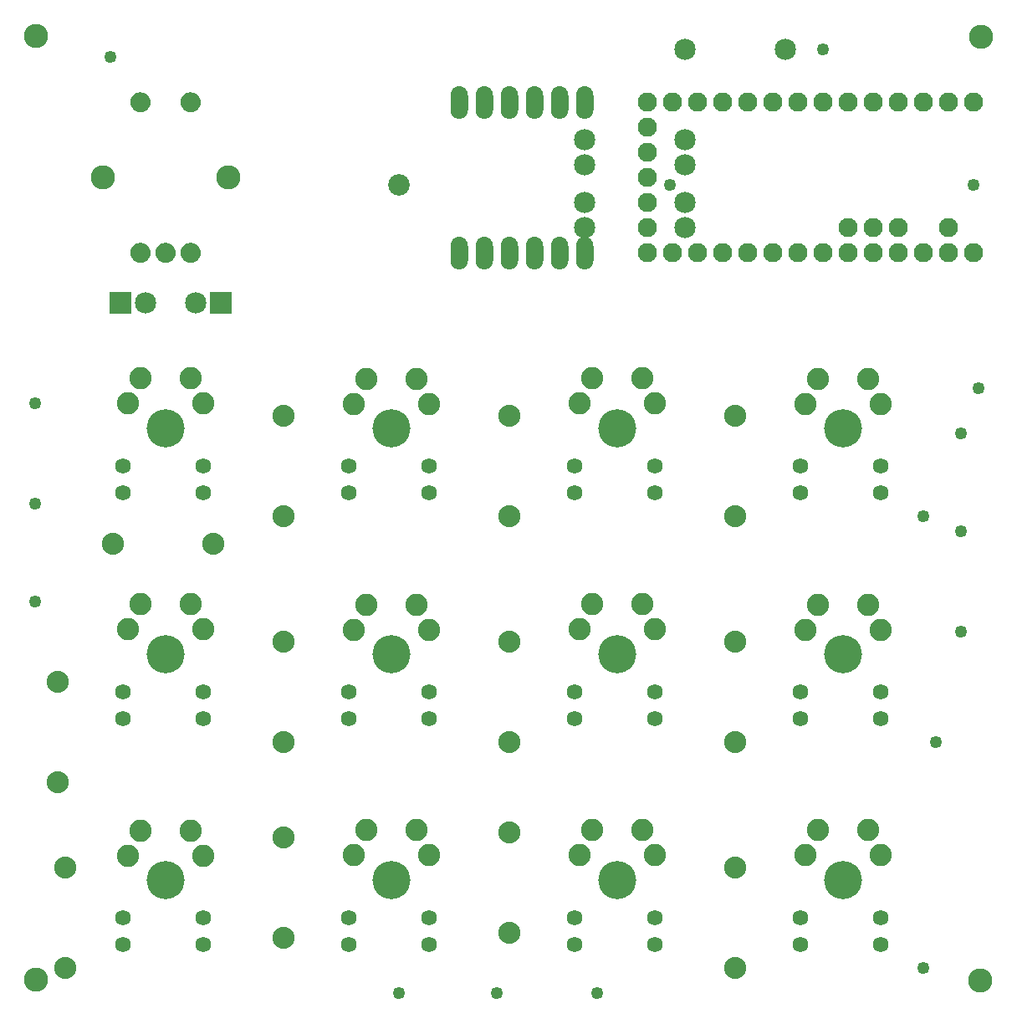
<source format=gbs>
G04 MADE WITH FRITZING*
G04 WWW.FRITZING.ORG*
G04 DOUBLE SIDED*
G04 HOLES PLATED*
G04 CONTOUR ON CENTER OF CONTOUR VECTOR*
%ASAXBY*%
%FSLAX23Y23*%
%MOIN*%
%OFA0B0*%
%SFA1.0B1.0*%
%ADD10C,0.076889*%
%ADD11C,0.049370*%
%ADD12C,0.085433*%
%ADD13C,0.085000*%
%ADD14C,0.096614*%
%ADD15C,0.151732*%
%ADD16C,0.088000*%
%ADD17C,0.062361*%
%ADD18C,0.088639*%
%ADD19C,0.068759*%
%ADD20R,0.085000X0.085000*%
%ADD21R,0.001000X0.001000*%
%LNMASK0*%
G90*
G70*
G54D10*
X2520Y2987D03*
X2620Y2987D03*
X2720Y2987D03*
X2820Y2987D03*
X2920Y2987D03*
X3020Y2987D03*
X3120Y2987D03*
X3220Y2987D03*
X3320Y2987D03*
X3420Y2987D03*
X3520Y2987D03*
X3620Y2987D03*
X3720Y2987D03*
X3820Y2987D03*
X3720Y3087D03*
X3420Y3087D03*
X3520Y3087D03*
X2520Y3587D03*
X2620Y3587D03*
X2720Y3587D03*
X2820Y3587D03*
X2920Y3587D03*
X3020Y3587D03*
X3120Y3587D03*
X3220Y3587D03*
X3320Y3587D03*
X3420Y3587D03*
X3520Y3587D03*
X3620Y3587D03*
X3720Y3587D03*
X3820Y3587D03*
X3320Y3087D03*
X2520Y3387D03*
X2520Y3487D03*
X2520Y3287D03*
X2520Y3087D03*
X2520Y3187D03*
G54D11*
X3220Y3797D03*
X380Y3767D03*
X80Y2387D03*
G54D12*
X1530Y3257D03*
G54D13*
X2670Y3797D03*
X3070Y3797D03*
G54D14*
X3849Y3850D03*
X85Y3851D03*
X850Y3287D03*
X350Y3287D03*
G54D15*
X3300Y487D03*
X2400Y487D03*
X1500Y487D03*
X600Y487D03*
X3300Y1387D03*
X2400Y1387D03*
X1500Y1387D03*
X600Y1387D03*
X3300Y2287D03*
X2400Y2287D03*
X1500Y2287D03*
X600Y2287D03*
G54D14*
X85Y93D03*
X3847Y87D03*
G54D13*
X2270Y3087D03*
X2670Y3087D03*
X2270Y3437D03*
X2670Y3437D03*
X2270Y3337D03*
X2670Y3337D03*
X2270Y3187D03*
X2670Y3187D03*
G54D16*
X200Y537D03*
X200Y137D03*
X200Y537D03*
X200Y137D03*
X200Y537D03*
X200Y137D03*
X1070Y657D03*
X1070Y257D03*
X1070Y657D03*
X1070Y257D03*
X1070Y657D03*
X1070Y257D03*
X1970Y677D03*
X1970Y277D03*
X1970Y677D03*
X1970Y277D03*
X1970Y677D03*
X1970Y277D03*
X2870Y537D03*
X2870Y137D03*
X2870Y537D03*
X2870Y137D03*
X2870Y537D03*
X2870Y137D03*
X2870Y1437D03*
X2870Y1037D03*
X2870Y1437D03*
X2870Y1037D03*
X2870Y1437D03*
X2870Y1037D03*
X1970Y1437D03*
X1970Y1037D03*
X1970Y1437D03*
X1970Y1037D03*
X1970Y1437D03*
X1970Y1037D03*
X1070Y1437D03*
X1070Y1037D03*
X1070Y1437D03*
X1070Y1037D03*
X1070Y1437D03*
X1070Y1037D03*
X170Y1277D03*
X170Y877D03*
X170Y1277D03*
X170Y877D03*
X170Y1277D03*
X170Y877D03*
X2870Y2337D03*
X2870Y1937D03*
X2870Y2337D03*
X2870Y1937D03*
X2870Y2337D03*
X2870Y1937D03*
X1970Y2337D03*
X1970Y1937D03*
X1970Y2337D03*
X1970Y1937D03*
X1970Y2337D03*
X1970Y1937D03*
X1070Y2337D03*
X1070Y1937D03*
X1070Y2337D03*
X1070Y1937D03*
X1070Y2337D03*
X1070Y1937D03*
X390Y1827D03*
X790Y1827D03*
X390Y1827D03*
X790Y1827D03*
X390Y1827D03*
X790Y1827D03*
G54D13*
X820Y2787D03*
X720Y2787D03*
X820Y2787D03*
X720Y2787D03*
X420Y2787D03*
X520Y2787D03*
X420Y2787D03*
X520Y2787D03*
G54D17*
X750Y1238D03*
X431Y1238D03*
X750Y1132D03*
X431Y1132D03*
G54D18*
X450Y1487D03*
X500Y1587D03*
X700Y1587D03*
X750Y1487D03*
G54D17*
X750Y337D03*
X431Y337D03*
X750Y231D03*
X431Y231D03*
G54D18*
X450Y586D03*
X500Y686D03*
X700Y686D03*
X750Y586D03*
G54D17*
X3450Y2137D03*
X3131Y2137D03*
X3450Y2031D03*
X3131Y2031D03*
G54D18*
X3150Y2386D03*
X3200Y2486D03*
X3400Y2486D03*
X3450Y2386D03*
G54D17*
X2550Y2138D03*
X2231Y2138D03*
X2550Y2032D03*
X2231Y2032D03*
G54D18*
X2250Y2387D03*
X2300Y2487D03*
X2500Y2487D03*
X2550Y2387D03*
G54D17*
X1650Y2137D03*
X1331Y2137D03*
X1650Y2031D03*
X1331Y2031D03*
G54D18*
X1350Y2386D03*
X1400Y2486D03*
X1600Y2486D03*
X1650Y2386D03*
G54D17*
X750Y2138D03*
X431Y2138D03*
X750Y2032D03*
X431Y2032D03*
G54D18*
X451Y2387D03*
X500Y2487D03*
X700Y2487D03*
X750Y2387D03*
G54D17*
X3450Y1237D03*
X3131Y1237D03*
X3450Y1131D03*
X3131Y1131D03*
G54D18*
X3150Y1486D03*
X3200Y1586D03*
X3400Y1586D03*
X3450Y1486D03*
G54D17*
X2550Y1238D03*
X2231Y1238D03*
X2550Y1132D03*
X2231Y1132D03*
G54D18*
X2250Y1487D03*
X2300Y1587D03*
X2500Y1587D03*
X2550Y1487D03*
G54D17*
X1650Y1237D03*
X1331Y1237D03*
X1650Y1131D03*
X1331Y1131D03*
G54D18*
X1350Y1486D03*
X1400Y1586D03*
X1600Y1586D03*
X1650Y1486D03*
G54D17*
X1650Y338D03*
X1331Y338D03*
X1650Y232D03*
X1331Y232D03*
G54D18*
X1351Y587D03*
X1401Y687D03*
X1600Y687D03*
X1650Y587D03*
G54D17*
X2550Y338D03*
X2231Y338D03*
X2550Y232D03*
X2231Y232D03*
G54D18*
X2251Y587D03*
X2300Y687D03*
X2500Y687D03*
X2550Y587D03*
G54D17*
X3450Y338D03*
X3131Y338D03*
X3450Y232D03*
X3131Y232D03*
G54D18*
X3150Y587D03*
X3200Y687D03*
X3400Y687D03*
X3450Y587D03*
G54D11*
X3670Y1037D03*
X3620Y137D03*
X2610Y3257D03*
X3840Y2447D03*
X3820Y3257D03*
G54D19*
X1770Y3586D03*
X1870Y3586D03*
X1970Y3586D03*
X2070Y3586D03*
X2170Y3586D03*
X2270Y3587D03*
X1770Y2986D03*
X1870Y2986D03*
X1970Y2986D03*
X2070Y2986D03*
X2170Y2986D03*
X2270Y2987D03*
G54D11*
X3620Y1937D03*
X80Y1987D03*
X80Y1597D03*
X2320Y37D03*
X1920Y37D03*
X1530Y37D03*
X3770Y1477D03*
X3770Y1877D03*
X3770Y2267D03*
G54D20*
X820Y2787D03*
X820Y2787D03*
X420Y2787D03*
X420Y2787D03*
G54D21*
X1770Y3651D02*
X1771Y3651D01*
X1870Y3651D02*
X1871Y3651D01*
X1970Y3651D02*
X1971Y3651D01*
X2070Y3651D02*
X2071Y3651D01*
X2170Y3651D02*
X2171Y3651D01*
X2269Y3651D02*
X2271Y3651D01*
X1762Y3650D02*
X1778Y3650D01*
X1862Y3650D02*
X1878Y3650D01*
X1962Y3650D02*
X1978Y3650D01*
X2062Y3650D02*
X2078Y3650D01*
X2162Y3650D02*
X2178Y3650D01*
X2262Y3650D02*
X2278Y3650D01*
X1759Y3649D02*
X1781Y3649D01*
X1859Y3649D02*
X1881Y3649D01*
X1959Y3649D02*
X1981Y3649D01*
X2059Y3649D02*
X2081Y3649D01*
X2159Y3649D02*
X2181Y3649D01*
X2259Y3649D02*
X2281Y3649D01*
X1757Y3648D02*
X1784Y3648D01*
X1857Y3648D02*
X1884Y3648D01*
X1957Y3648D02*
X1984Y3648D01*
X2057Y3648D02*
X2084Y3648D01*
X2157Y3648D02*
X2184Y3648D01*
X2256Y3648D02*
X2284Y3648D01*
X1754Y3647D02*
X1786Y3647D01*
X1854Y3647D02*
X1886Y3647D01*
X1954Y3647D02*
X1986Y3647D01*
X2054Y3647D02*
X2086Y3647D01*
X2154Y3647D02*
X2186Y3647D01*
X2254Y3647D02*
X2286Y3647D01*
X1753Y3646D02*
X1787Y3646D01*
X1853Y3646D02*
X1887Y3646D01*
X1953Y3646D02*
X1987Y3646D01*
X2053Y3646D02*
X2087Y3646D01*
X2153Y3646D02*
X2187Y3646D01*
X2253Y3646D02*
X2287Y3646D01*
X1751Y3645D02*
X1789Y3645D01*
X1851Y3645D02*
X1889Y3645D01*
X1951Y3645D02*
X1989Y3645D01*
X2051Y3645D02*
X2089Y3645D01*
X2151Y3645D02*
X2189Y3645D01*
X2251Y3645D02*
X2289Y3645D01*
X1750Y3644D02*
X1791Y3644D01*
X1850Y3644D02*
X1891Y3644D01*
X1950Y3644D02*
X1990Y3644D01*
X2050Y3644D02*
X2091Y3644D01*
X2150Y3644D02*
X2191Y3644D01*
X2250Y3644D02*
X2290Y3644D01*
X1748Y3643D02*
X1792Y3643D01*
X1848Y3643D02*
X1892Y3643D01*
X1948Y3643D02*
X1992Y3643D01*
X2048Y3643D02*
X2092Y3643D01*
X2148Y3643D02*
X2192Y3643D01*
X2248Y3643D02*
X2292Y3643D01*
X1747Y3642D02*
X1793Y3642D01*
X1847Y3642D02*
X1893Y3642D01*
X1947Y3642D02*
X1993Y3642D01*
X2047Y3642D02*
X2093Y3642D01*
X2147Y3642D02*
X2193Y3642D01*
X2247Y3642D02*
X2293Y3642D01*
X1746Y3641D02*
X1794Y3641D01*
X1846Y3641D02*
X1894Y3641D01*
X1946Y3641D02*
X1994Y3641D01*
X2046Y3641D02*
X2094Y3641D01*
X2146Y3641D02*
X2194Y3641D01*
X2246Y3641D02*
X2294Y3641D01*
X1745Y3640D02*
X1795Y3640D01*
X1845Y3640D02*
X1895Y3640D01*
X1945Y3640D02*
X1995Y3640D01*
X2045Y3640D02*
X2095Y3640D01*
X2145Y3640D02*
X2195Y3640D01*
X2245Y3640D02*
X2295Y3640D01*
X1744Y3639D02*
X1796Y3639D01*
X1844Y3639D02*
X1896Y3639D01*
X1944Y3639D02*
X1996Y3639D01*
X2044Y3639D02*
X2096Y3639D01*
X2144Y3639D02*
X2196Y3639D01*
X2244Y3639D02*
X2296Y3639D01*
X1743Y3638D02*
X1797Y3638D01*
X1843Y3638D02*
X1897Y3638D01*
X1943Y3638D02*
X1997Y3638D01*
X2043Y3638D02*
X2097Y3638D01*
X2143Y3638D02*
X2197Y3638D01*
X2243Y3638D02*
X2297Y3638D01*
X1743Y3637D02*
X1797Y3637D01*
X1843Y3637D02*
X1897Y3637D01*
X1943Y3637D02*
X1997Y3637D01*
X2043Y3637D02*
X2097Y3637D01*
X2143Y3637D02*
X2197Y3637D01*
X2243Y3637D02*
X2297Y3637D01*
X1742Y3636D02*
X1798Y3636D01*
X1842Y3636D02*
X1898Y3636D01*
X1942Y3636D02*
X1998Y3636D01*
X2042Y3636D02*
X2098Y3636D01*
X2142Y3636D02*
X2198Y3636D01*
X2242Y3636D02*
X2298Y3636D01*
X1741Y3635D02*
X1799Y3635D01*
X1841Y3635D02*
X1899Y3635D01*
X1941Y3635D02*
X1999Y3635D01*
X2041Y3635D02*
X2099Y3635D01*
X2141Y3635D02*
X2199Y3635D01*
X2241Y3635D02*
X2299Y3635D01*
X1741Y3634D02*
X1799Y3634D01*
X1841Y3634D02*
X1899Y3634D01*
X1941Y3634D02*
X1999Y3634D01*
X2041Y3634D02*
X2099Y3634D01*
X2141Y3634D02*
X2199Y3634D01*
X2241Y3634D02*
X2299Y3634D01*
X1740Y3633D02*
X1800Y3633D01*
X1840Y3633D02*
X1900Y3633D01*
X1940Y3633D02*
X2000Y3633D01*
X2040Y3633D02*
X2100Y3633D01*
X2140Y3633D02*
X2200Y3633D01*
X2240Y3633D02*
X2300Y3633D01*
X1740Y3632D02*
X1801Y3632D01*
X1840Y3632D02*
X1901Y3632D01*
X1940Y3632D02*
X2001Y3632D01*
X2040Y3632D02*
X2101Y3632D01*
X2140Y3632D02*
X2201Y3632D01*
X2239Y3632D02*
X2301Y3632D01*
X1739Y3631D02*
X1801Y3631D01*
X1839Y3631D02*
X1901Y3631D01*
X1939Y3631D02*
X2001Y3631D01*
X2039Y3631D02*
X2101Y3631D01*
X2139Y3631D02*
X2201Y3631D01*
X2239Y3631D02*
X2301Y3631D01*
X1739Y3630D02*
X1802Y3630D01*
X1839Y3630D02*
X1902Y3630D01*
X1939Y3630D02*
X2002Y3630D01*
X2039Y3630D02*
X2102Y3630D01*
X2139Y3630D02*
X2202Y3630D01*
X2239Y3630D02*
X2302Y3630D01*
X1738Y3629D02*
X1802Y3629D01*
X1838Y3629D02*
X1902Y3629D01*
X1938Y3629D02*
X2002Y3629D01*
X2038Y3629D02*
X2102Y3629D01*
X2138Y3629D02*
X2202Y3629D01*
X2238Y3629D02*
X2302Y3629D01*
X1738Y3628D02*
X1802Y3628D01*
X1838Y3628D02*
X1902Y3628D01*
X1938Y3628D02*
X2002Y3628D01*
X2038Y3628D02*
X2102Y3628D01*
X2138Y3628D02*
X2202Y3628D01*
X2238Y3628D02*
X2302Y3628D01*
X495Y3627D02*
X504Y3627D01*
X695Y3627D02*
X704Y3627D01*
X1737Y3627D02*
X1803Y3627D01*
X1837Y3627D02*
X1903Y3627D01*
X1937Y3627D02*
X2003Y3627D01*
X2037Y3627D02*
X2103Y3627D01*
X2137Y3627D02*
X2203Y3627D01*
X2237Y3627D02*
X2303Y3627D01*
X490Y3626D02*
X509Y3626D01*
X690Y3626D02*
X709Y3626D01*
X1737Y3626D02*
X1803Y3626D01*
X1837Y3626D02*
X1903Y3626D01*
X1937Y3626D02*
X2003Y3626D01*
X2037Y3626D02*
X2103Y3626D01*
X2137Y3626D02*
X2203Y3626D01*
X2237Y3626D02*
X2303Y3626D01*
X486Y3625D02*
X513Y3625D01*
X686Y3625D02*
X713Y3625D01*
X1737Y3625D02*
X1803Y3625D01*
X1837Y3625D02*
X1903Y3625D01*
X1937Y3625D02*
X2003Y3625D01*
X2037Y3625D02*
X2103Y3625D01*
X2137Y3625D02*
X2203Y3625D01*
X2237Y3625D02*
X2303Y3625D01*
X484Y3624D02*
X515Y3624D01*
X684Y3624D02*
X715Y3624D01*
X1737Y3624D02*
X1804Y3624D01*
X1837Y3624D02*
X1904Y3624D01*
X1937Y3624D02*
X2004Y3624D01*
X2037Y3624D02*
X2104Y3624D01*
X2137Y3624D02*
X2204Y3624D01*
X2237Y3624D02*
X2304Y3624D01*
X482Y3623D02*
X517Y3623D01*
X682Y3623D02*
X717Y3623D01*
X1736Y3623D02*
X1804Y3623D01*
X1836Y3623D02*
X1904Y3623D01*
X1936Y3623D02*
X2004Y3623D01*
X2036Y3623D02*
X2104Y3623D01*
X2136Y3623D02*
X2204Y3623D01*
X2236Y3623D02*
X2304Y3623D01*
X480Y3622D02*
X519Y3622D01*
X680Y3622D02*
X719Y3622D01*
X1736Y3622D02*
X1804Y3622D01*
X1836Y3622D02*
X1904Y3622D01*
X1936Y3622D02*
X2004Y3622D01*
X2036Y3622D02*
X2104Y3622D01*
X2136Y3622D02*
X2204Y3622D01*
X2236Y3622D02*
X2304Y3622D01*
X478Y3621D02*
X521Y3621D01*
X678Y3621D02*
X721Y3621D01*
X1736Y3621D02*
X1804Y3621D01*
X1836Y3621D02*
X1904Y3621D01*
X1936Y3621D02*
X2004Y3621D01*
X2036Y3621D02*
X2104Y3621D01*
X2136Y3621D02*
X2204Y3621D01*
X2236Y3621D02*
X2304Y3621D01*
X477Y3620D02*
X522Y3620D01*
X677Y3620D02*
X722Y3620D01*
X1736Y3620D02*
X1804Y3620D01*
X1836Y3620D02*
X1904Y3620D01*
X1936Y3620D02*
X2004Y3620D01*
X2036Y3620D02*
X2104Y3620D01*
X2136Y3620D02*
X2204Y3620D01*
X2236Y3620D02*
X2304Y3620D01*
X476Y3619D02*
X524Y3619D01*
X676Y3619D02*
X724Y3619D01*
X1736Y3619D02*
X1804Y3619D01*
X1836Y3619D02*
X1904Y3619D01*
X1936Y3619D02*
X2004Y3619D01*
X2036Y3619D02*
X2104Y3619D01*
X2136Y3619D02*
X2204Y3619D01*
X2236Y3619D02*
X2304Y3619D01*
X474Y3618D02*
X525Y3618D01*
X674Y3618D02*
X725Y3618D01*
X1736Y3618D02*
X1804Y3618D01*
X1836Y3618D02*
X1904Y3618D01*
X1936Y3618D02*
X2004Y3618D01*
X2036Y3618D02*
X2104Y3618D01*
X2136Y3618D02*
X2204Y3618D01*
X2236Y3618D02*
X2304Y3618D01*
X473Y3617D02*
X526Y3617D01*
X673Y3617D02*
X726Y3617D01*
X1736Y3617D02*
X1804Y3617D01*
X1836Y3617D02*
X1904Y3617D01*
X1936Y3617D02*
X2004Y3617D01*
X2036Y3617D02*
X2104Y3617D01*
X2136Y3617D02*
X2204Y3617D01*
X2236Y3617D02*
X2304Y3617D01*
X472Y3616D02*
X527Y3616D01*
X672Y3616D02*
X727Y3616D01*
X1736Y3616D02*
X1805Y3616D01*
X1836Y3616D02*
X1905Y3616D01*
X1936Y3616D02*
X2005Y3616D01*
X2036Y3616D02*
X2105Y3616D01*
X2136Y3616D02*
X2205Y3616D01*
X2236Y3616D02*
X2305Y3616D01*
X471Y3615D02*
X528Y3615D01*
X671Y3615D02*
X728Y3615D01*
X1736Y3615D02*
X1805Y3615D01*
X1836Y3615D02*
X1905Y3615D01*
X1936Y3615D02*
X2005Y3615D01*
X2036Y3615D02*
X2105Y3615D01*
X2136Y3615D02*
X2205Y3615D01*
X2236Y3615D02*
X2305Y3615D01*
X470Y3614D02*
X529Y3614D01*
X670Y3614D02*
X729Y3614D01*
X1736Y3614D02*
X1805Y3614D01*
X1836Y3614D02*
X1905Y3614D01*
X1936Y3614D02*
X2005Y3614D01*
X2036Y3614D02*
X2105Y3614D01*
X2136Y3614D02*
X2205Y3614D01*
X2236Y3614D02*
X2305Y3614D01*
X469Y3613D02*
X530Y3613D01*
X669Y3613D02*
X730Y3613D01*
X1736Y3613D02*
X1805Y3613D01*
X1836Y3613D02*
X1905Y3613D01*
X1936Y3613D02*
X2005Y3613D01*
X2036Y3613D02*
X2105Y3613D01*
X2136Y3613D02*
X2205Y3613D01*
X2236Y3613D02*
X2305Y3613D01*
X469Y3612D02*
X531Y3612D01*
X669Y3612D02*
X731Y3612D01*
X1736Y3612D02*
X1805Y3612D01*
X1836Y3612D02*
X1905Y3612D01*
X1936Y3612D02*
X2005Y3612D01*
X2036Y3612D02*
X2105Y3612D01*
X2136Y3612D02*
X2205Y3612D01*
X2236Y3612D02*
X2305Y3612D01*
X468Y3611D02*
X531Y3611D01*
X668Y3611D02*
X731Y3611D01*
X1736Y3611D02*
X1805Y3611D01*
X1836Y3611D02*
X1905Y3611D01*
X1936Y3611D02*
X2005Y3611D01*
X2036Y3611D02*
X2105Y3611D01*
X2136Y3611D02*
X2205Y3611D01*
X2236Y3611D02*
X2305Y3611D01*
X467Y3610D02*
X532Y3610D01*
X667Y3610D02*
X732Y3610D01*
X1736Y3610D02*
X1805Y3610D01*
X1836Y3610D02*
X1905Y3610D01*
X1936Y3610D02*
X2005Y3610D01*
X2036Y3610D02*
X2105Y3610D01*
X2136Y3610D02*
X2205Y3610D01*
X2236Y3610D02*
X2305Y3610D01*
X467Y3609D02*
X533Y3609D01*
X667Y3609D02*
X733Y3609D01*
X1736Y3609D02*
X1805Y3609D01*
X1836Y3609D02*
X1905Y3609D01*
X1936Y3609D02*
X2005Y3609D01*
X2036Y3609D02*
X2105Y3609D01*
X2136Y3609D02*
X2205Y3609D01*
X2236Y3609D02*
X2305Y3609D01*
X466Y3608D02*
X533Y3608D01*
X666Y3608D02*
X733Y3608D01*
X1736Y3608D02*
X1805Y3608D01*
X1836Y3608D02*
X1905Y3608D01*
X1936Y3608D02*
X2005Y3608D01*
X2036Y3608D02*
X2105Y3608D01*
X2136Y3608D02*
X2205Y3608D01*
X2236Y3608D02*
X2305Y3608D01*
X465Y3607D02*
X534Y3607D01*
X665Y3607D02*
X734Y3607D01*
X1736Y3607D02*
X1805Y3607D01*
X1836Y3607D02*
X1905Y3607D01*
X1936Y3607D02*
X2005Y3607D01*
X2036Y3607D02*
X2105Y3607D01*
X2136Y3607D02*
X2205Y3607D01*
X2236Y3607D02*
X2305Y3607D01*
X465Y3606D02*
X535Y3606D01*
X665Y3606D02*
X735Y3606D01*
X1736Y3606D02*
X1805Y3606D01*
X1836Y3606D02*
X1905Y3606D01*
X1936Y3606D02*
X2005Y3606D01*
X2036Y3606D02*
X2105Y3606D01*
X2136Y3606D02*
X2205Y3606D01*
X2236Y3606D02*
X2305Y3606D01*
X464Y3605D02*
X535Y3605D01*
X664Y3605D02*
X735Y3605D01*
X1736Y3605D02*
X1805Y3605D01*
X1836Y3605D02*
X1905Y3605D01*
X1936Y3605D02*
X2005Y3605D01*
X2036Y3605D02*
X2105Y3605D01*
X2136Y3605D02*
X2205Y3605D01*
X2236Y3605D02*
X2305Y3605D01*
X464Y3604D02*
X536Y3604D01*
X664Y3604D02*
X736Y3604D01*
X1736Y3604D02*
X1805Y3604D01*
X1836Y3604D02*
X1905Y3604D01*
X1936Y3604D02*
X2005Y3604D01*
X2036Y3604D02*
X2105Y3604D01*
X2136Y3604D02*
X2205Y3604D01*
X2236Y3604D02*
X2305Y3604D01*
X463Y3603D02*
X536Y3603D01*
X663Y3603D02*
X736Y3603D01*
X1736Y3603D02*
X1805Y3603D01*
X1836Y3603D02*
X1905Y3603D01*
X1936Y3603D02*
X2005Y3603D01*
X2036Y3603D02*
X2105Y3603D01*
X2136Y3603D02*
X2205Y3603D01*
X2236Y3603D02*
X2305Y3603D01*
X463Y3602D02*
X536Y3602D01*
X663Y3602D02*
X736Y3602D01*
X1736Y3602D02*
X1805Y3602D01*
X1836Y3602D02*
X1905Y3602D01*
X1936Y3602D02*
X2005Y3602D01*
X2036Y3602D02*
X2105Y3602D01*
X2136Y3602D02*
X2205Y3602D01*
X2236Y3602D02*
X2305Y3602D01*
X463Y3601D02*
X537Y3601D01*
X663Y3601D02*
X737Y3601D01*
X1736Y3601D02*
X1769Y3601D01*
X1771Y3601D02*
X1805Y3601D01*
X1836Y3601D02*
X1869Y3601D01*
X1871Y3601D02*
X1905Y3601D01*
X1936Y3601D02*
X1969Y3601D01*
X1971Y3601D02*
X2005Y3601D01*
X2036Y3601D02*
X2069Y3601D01*
X2071Y3601D02*
X2105Y3601D01*
X2136Y3601D02*
X2169Y3601D01*
X2171Y3601D02*
X2205Y3601D01*
X2236Y3601D02*
X2269Y3601D01*
X2271Y3601D02*
X2305Y3601D01*
X462Y3600D02*
X537Y3600D01*
X662Y3600D02*
X737Y3600D01*
X1736Y3600D02*
X1764Y3600D01*
X1776Y3600D02*
X1805Y3600D01*
X1836Y3600D02*
X1864Y3600D01*
X1876Y3600D02*
X1905Y3600D01*
X1936Y3600D02*
X1964Y3600D01*
X1976Y3600D02*
X2005Y3600D01*
X2036Y3600D02*
X2064Y3600D01*
X2076Y3600D02*
X2105Y3600D01*
X2136Y3600D02*
X2164Y3600D01*
X2176Y3600D02*
X2205Y3600D01*
X2236Y3600D02*
X2264Y3600D01*
X2276Y3600D02*
X2305Y3600D01*
X462Y3599D02*
X537Y3599D01*
X662Y3599D02*
X737Y3599D01*
X1736Y3599D02*
X1762Y3599D01*
X1778Y3599D02*
X1805Y3599D01*
X1836Y3599D02*
X1862Y3599D01*
X1878Y3599D02*
X1905Y3599D01*
X1936Y3599D02*
X1962Y3599D01*
X1978Y3599D02*
X2005Y3599D01*
X2036Y3599D02*
X2062Y3599D01*
X2078Y3599D02*
X2105Y3599D01*
X2136Y3599D02*
X2162Y3599D01*
X2178Y3599D02*
X2205Y3599D01*
X2236Y3599D02*
X2262Y3599D01*
X2278Y3599D02*
X2305Y3599D01*
X462Y3598D02*
X538Y3598D01*
X662Y3598D02*
X738Y3598D01*
X1736Y3598D02*
X1761Y3598D01*
X1780Y3598D02*
X1805Y3598D01*
X1836Y3598D02*
X1861Y3598D01*
X1880Y3598D02*
X1905Y3598D01*
X1936Y3598D02*
X1961Y3598D01*
X1980Y3598D02*
X2005Y3598D01*
X2036Y3598D02*
X2061Y3598D01*
X2080Y3598D02*
X2105Y3598D01*
X2136Y3598D02*
X2161Y3598D01*
X2180Y3598D02*
X2205Y3598D01*
X2236Y3598D02*
X2260Y3598D01*
X2280Y3598D02*
X2305Y3598D01*
X461Y3597D02*
X538Y3597D01*
X661Y3597D02*
X738Y3597D01*
X1736Y3597D02*
X1759Y3597D01*
X1781Y3597D02*
X1805Y3597D01*
X1836Y3597D02*
X1859Y3597D01*
X1881Y3597D02*
X1905Y3597D01*
X1936Y3597D02*
X1959Y3597D01*
X1981Y3597D02*
X2005Y3597D01*
X2036Y3597D02*
X2059Y3597D01*
X2081Y3597D02*
X2105Y3597D01*
X2136Y3597D02*
X2159Y3597D01*
X2181Y3597D02*
X2205Y3597D01*
X2236Y3597D02*
X2259Y3597D01*
X2281Y3597D02*
X2305Y3597D01*
X461Y3596D02*
X538Y3596D01*
X661Y3596D02*
X738Y3596D01*
X1736Y3596D02*
X1758Y3596D01*
X1782Y3596D02*
X1805Y3596D01*
X1836Y3596D02*
X1858Y3596D01*
X1882Y3596D02*
X1905Y3596D01*
X1936Y3596D02*
X1958Y3596D01*
X1982Y3596D02*
X2005Y3596D01*
X2036Y3596D02*
X2058Y3596D01*
X2082Y3596D02*
X2105Y3596D01*
X2136Y3596D02*
X2158Y3596D01*
X2182Y3596D02*
X2205Y3596D01*
X2236Y3596D02*
X2258Y3596D01*
X2282Y3596D02*
X2305Y3596D01*
X461Y3595D02*
X538Y3595D01*
X661Y3595D02*
X738Y3595D01*
X1736Y3595D02*
X1758Y3595D01*
X1783Y3595D02*
X1805Y3595D01*
X1836Y3595D02*
X1858Y3595D01*
X1883Y3595D02*
X1905Y3595D01*
X1936Y3595D02*
X1958Y3595D01*
X1983Y3595D02*
X2005Y3595D01*
X2036Y3595D02*
X2058Y3595D01*
X2083Y3595D02*
X2105Y3595D01*
X2136Y3595D02*
X2158Y3595D01*
X2183Y3595D02*
X2205Y3595D01*
X2236Y3595D02*
X2258Y3595D01*
X2283Y3595D02*
X2305Y3595D01*
X461Y3594D02*
X538Y3594D01*
X661Y3594D02*
X738Y3594D01*
X1736Y3594D02*
X1757Y3594D01*
X1783Y3594D02*
X1805Y3594D01*
X1836Y3594D02*
X1857Y3594D01*
X1883Y3594D02*
X1905Y3594D01*
X1936Y3594D02*
X1957Y3594D01*
X1983Y3594D02*
X2005Y3594D01*
X2036Y3594D02*
X2057Y3594D01*
X2083Y3594D02*
X2105Y3594D01*
X2136Y3594D02*
X2157Y3594D01*
X2183Y3594D02*
X2205Y3594D01*
X2236Y3594D02*
X2257Y3594D01*
X2283Y3594D02*
X2305Y3594D01*
X461Y3593D02*
X539Y3593D01*
X661Y3593D02*
X739Y3593D01*
X1736Y3593D02*
X1756Y3593D01*
X1784Y3593D02*
X1805Y3593D01*
X1836Y3593D02*
X1856Y3593D01*
X1884Y3593D02*
X1905Y3593D01*
X1936Y3593D02*
X1956Y3593D01*
X1984Y3593D02*
X2005Y3593D01*
X2036Y3593D02*
X2056Y3593D01*
X2084Y3593D02*
X2105Y3593D01*
X2136Y3593D02*
X2156Y3593D01*
X2184Y3593D02*
X2205Y3593D01*
X2236Y3593D02*
X2256Y3593D01*
X2284Y3593D02*
X2305Y3593D01*
X460Y3592D02*
X539Y3592D01*
X660Y3592D02*
X739Y3592D01*
X1736Y3592D02*
X1756Y3592D01*
X1784Y3592D02*
X1805Y3592D01*
X1836Y3592D02*
X1856Y3592D01*
X1884Y3592D02*
X1905Y3592D01*
X1936Y3592D02*
X1956Y3592D01*
X1984Y3592D02*
X2005Y3592D01*
X2036Y3592D02*
X2056Y3592D01*
X2084Y3592D02*
X2105Y3592D01*
X2136Y3592D02*
X2156Y3592D01*
X2184Y3592D02*
X2205Y3592D01*
X2236Y3592D02*
X2256Y3592D01*
X2284Y3592D02*
X2305Y3592D01*
X460Y3591D02*
X539Y3591D01*
X660Y3591D02*
X739Y3591D01*
X1736Y3591D02*
X1755Y3591D01*
X1785Y3591D02*
X1805Y3591D01*
X1836Y3591D02*
X1855Y3591D01*
X1885Y3591D02*
X1905Y3591D01*
X1936Y3591D02*
X1955Y3591D01*
X1985Y3591D02*
X2005Y3591D01*
X2036Y3591D02*
X2055Y3591D01*
X2085Y3591D02*
X2105Y3591D01*
X2136Y3591D02*
X2155Y3591D01*
X2185Y3591D02*
X2205Y3591D01*
X2236Y3591D02*
X2255Y3591D01*
X2285Y3591D02*
X2305Y3591D01*
X460Y3590D02*
X539Y3590D01*
X660Y3590D02*
X739Y3590D01*
X1736Y3590D02*
X1755Y3590D01*
X1785Y3590D02*
X1805Y3590D01*
X1836Y3590D02*
X1855Y3590D01*
X1885Y3590D02*
X1905Y3590D01*
X1936Y3590D02*
X1955Y3590D01*
X1985Y3590D02*
X2005Y3590D01*
X2036Y3590D02*
X2055Y3590D01*
X2085Y3590D02*
X2105Y3590D01*
X2136Y3590D02*
X2155Y3590D01*
X2185Y3590D02*
X2205Y3590D01*
X2236Y3590D02*
X2255Y3590D01*
X2285Y3590D02*
X2305Y3590D01*
X460Y3589D02*
X539Y3589D01*
X660Y3589D02*
X739Y3589D01*
X1736Y3589D02*
X1755Y3589D01*
X1785Y3589D02*
X1805Y3589D01*
X1836Y3589D02*
X1855Y3589D01*
X1885Y3589D02*
X1905Y3589D01*
X1936Y3589D02*
X1955Y3589D01*
X1985Y3589D02*
X2005Y3589D01*
X2036Y3589D02*
X2055Y3589D01*
X2085Y3589D02*
X2105Y3589D01*
X2136Y3589D02*
X2155Y3589D01*
X2185Y3589D02*
X2205Y3589D01*
X2236Y3589D02*
X2255Y3589D01*
X2285Y3589D02*
X2305Y3589D01*
X460Y3588D02*
X539Y3588D01*
X660Y3588D02*
X739Y3588D01*
X1736Y3588D02*
X1755Y3588D01*
X1785Y3588D02*
X1805Y3588D01*
X1836Y3588D02*
X1855Y3588D01*
X1885Y3588D02*
X1905Y3588D01*
X1936Y3588D02*
X1955Y3588D01*
X1985Y3588D02*
X2005Y3588D01*
X2036Y3588D02*
X2055Y3588D01*
X2085Y3588D02*
X2105Y3588D01*
X2136Y3588D02*
X2155Y3588D01*
X2185Y3588D02*
X2205Y3588D01*
X2236Y3588D02*
X2255Y3588D01*
X2285Y3588D02*
X2305Y3588D01*
X460Y3587D02*
X539Y3587D01*
X660Y3587D02*
X739Y3587D01*
X1736Y3587D02*
X1755Y3587D01*
X1785Y3587D02*
X1805Y3587D01*
X1836Y3587D02*
X1855Y3587D01*
X1885Y3587D02*
X1905Y3587D01*
X1936Y3587D02*
X1955Y3587D01*
X1985Y3587D02*
X2005Y3587D01*
X2036Y3587D02*
X2055Y3587D01*
X2085Y3587D02*
X2105Y3587D01*
X2136Y3587D02*
X2155Y3587D01*
X2185Y3587D02*
X2205Y3587D01*
X2236Y3587D02*
X2255Y3587D01*
X2285Y3587D02*
X2305Y3587D01*
X460Y3586D02*
X539Y3586D01*
X660Y3586D02*
X739Y3586D01*
X1736Y3586D02*
X1755Y3586D01*
X1786Y3586D02*
X1805Y3586D01*
X1836Y3586D02*
X1855Y3586D01*
X1886Y3586D02*
X1905Y3586D01*
X1936Y3586D02*
X1955Y3586D01*
X1986Y3586D02*
X2005Y3586D01*
X2036Y3586D02*
X2055Y3586D01*
X2086Y3586D02*
X2105Y3586D01*
X2136Y3586D02*
X2155Y3586D01*
X2186Y3586D02*
X2205Y3586D01*
X2236Y3586D02*
X2255Y3586D01*
X2286Y3586D02*
X2305Y3586D01*
X460Y3585D02*
X539Y3585D01*
X660Y3585D02*
X739Y3585D01*
X1736Y3585D02*
X1755Y3585D01*
X1785Y3585D02*
X1805Y3585D01*
X1836Y3585D02*
X1855Y3585D01*
X1885Y3585D02*
X1905Y3585D01*
X1936Y3585D02*
X1955Y3585D01*
X1985Y3585D02*
X2005Y3585D01*
X2036Y3585D02*
X2055Y3585D01*
X2085Y3585D02*
X2105Y3585D01*
X2136Y3585D02*
X2155Y3585D01*
X2185Y3585D02*
X2205Y3585D01*
X2236Y3585D02*
X2255Y3585D01*
X2285Y3585D02*
X2305Y3585D01*
X460Y3584D02*
X539Y3584D01*
X660Y3584D02*
X739Y3584D01*
X1736Y3584D02*
X1755Y3584D01*
X1785Y3584D02*
X1805Y3584D01*
X1836Y3584D02*
X1855Y3584D01*
X1885Y3584D02*
X1905Y3584D01*
X1936Y3584D02*
X1955Y3584D01*
X1985Y3584D02*
X2005Y3584D01*
X2036Y3584D02*
X2055Y3584D01*
X2085Y3584D02*
X2105Y3584D01*
X2136Y3584D02*
X2155Y3584D01*
X2185Y3584D02*
X2205Y3584D01*
X2236Y3584D02*
X2255Y3584D01*
X2285Y3584D02*
X2305Y3584D01*
X460Y3583D02*
X539Y3583D01*
X660Y3583D02*
X739Y3583D01*
X1736Y3583D02*
X1755Y3583D01*
X1785Y3583D02*
X1805Y3583D01*
X1836Y3583D02*
X1855Y3583D01*
X1885Y3583D02*
X1905Y3583D01*
X1936Y3583D02*
X1955Y3583D01*
X1985Y3583D02*
X2005Y3583D01*
X2036Y3583D02*
X2055Y3583D01*
X2085Y3583D02*
X2105Y3583D01*
X2136Y3583D02*
X2155Y3583D01*
X2185Y3583D02*
X2205Y3583D01*
X2236Y3583D02*
X2255Y3583D01*
X2285Y3583D02*
X2305Y3583D01*
X461Y3582D02*
X539Y3582D01*
X661Y3582D02*
X739Y3582D01*
X1736Y3582D02*
X1755Y3582D01*
X1785Y3582D02*
X1805Y3582D01*
X1836Y3582D02*
X1855Y3582D01*
X1885Y3582D02*
X1905Y3582D01*
X1936Y3582D02*
X1955Y3582D01*
X1985Y3582D02*
X2005Y3582D01*
X2036Y3582D02*
X2055Y3582D01*
X2085Y3582D02*
X2105Y3582D01*
X2136Y3582D02*
X2155Y3582D01*
X2185Y3582D02*
X2205Y3582D01*
X2236Y3582D02*
X2255Y3582D01*
X2285Y3582D02*
X2305Y3582D01*
X461Y3581D02*
X538Y3581D01*
X661Y3581D02*
X738Y3581D01*
X1736Y3581D02*
X1755Y3581D01*
X1785Y3581D02*
X1805Y3581D01*
X1836Y3581D02*
X1855Y3581D01*
X1885Y3581D02*
X1905Y3581D01*
X1936Y3581D02*
X1955Y3581D01*
X1985Y3581D02*
X2005Y3581D01*
X2036Y3581D02*
X2055Y3581D01*
X2085Y3581D02*
X2105Y3581D01*
X2136Y3581D02*
X2155Y3581D01*
X2185Y3581D02*
X2205Y3581D01*
X2236Y3581D02*
X2255Y3581D01*
X2285Y3581D02*
X2305Y3581D01*
X461Y3580D02*
X538Y3580D01*
X661Y3580D02*
X738Y3580D01*
X1736Y3580D02*
X1756Y3580D01*
X1784Y3580D02*
X1805Y3580D01*
X1836Y3580D02*
X1856Y3580D01*
X1884Y3580D02*
X1905Y3580D01*
X1936Y3580D02*
X1956Y3580D01*
X1984Y3580D02*
X2005Y3580D01*
X2036Y3580D02*
X2056Y3580D01*
X2084Y3580D02*
X2105Y3580D01*
X2136Y3580D02*
X2156Y3580D01*
X2184Y3580D02*
X2205Y3580D01*
X2236Y3580D02*
X2256Y3580D01*
X2284Y3580D02*
X2305Y3580D01*
X461Y3579D02*
X538Y3579D01*
X661Y3579D02*
X738Y3579D01*
X1736Y3579D02*
X1756Y3579D01*
X1784Y3579D02*
X1805Y3579D01*
X1836Y3579D02*
X1856Y3579D01*
X1884Y3579D02*
X1905Y3579D01*
X1936Y3579D02*
X1956Y3579D01*
X1984Y3579D02*
X2005Y3579D01*
X2036Y3579D02*
X2056Y3579D01*
X2084Y3579D02*
X2105Y3579D01*
X2136Y3579D02*
X2156Y3579D01*
X2184Y3579D02*
X2205Y3579D01*
X2236Y3579D02*
X2256Y3579D01*
X2284Y3579D02*
X2305Y3579D01*
X461Y3578D02*
X538Y3578D01*
X661Y3578D02*
X738Y3578D01*
X1736Y3578D02*
X1757Y3578D01*
X1783Y3578D02*
X1805Y3578D01*
X1836Y3578D02*
X1857Y3578D01*
X1883Y3578D02*
X1905Y3578D01*
X1936Y3578D02*
X1957Y3578D01*
X1983Y3578D02*
X2005Y3578D01*
X2036Y3578D02*
X2057Y3578D01*
X2083Y3578D02*
X2105Y3578D01*
X2136Y3578D02*
X2157Y3578D01*
X2183Y3578D02*
X2205Y3578D01*
X2236Y3578D02*
X2257Y3578D01*
X2283Y3578D02*
X2305Y3578D01*
X462Y3577D02*
X538Y3577D01*
X662Y3577D02*
X738Y3577D01*
X1736Y3577D02*
X1758Y3577D01*
X1782Y3577D02*
X1805Y3577D01*
X1836Y3577D02*
X1858Y3577D01*
X1882Y3577D02*
X1905Y3577D01*
X1936Y3577D02*
X1958Y3577D01*
X1982Y3577D02*
X2005Y3577D01*
X2036Y3577D02*
X2058Y3577D01*
X2082Y3577D02*
X2105Y3577D01*
X2136Y3577D02*
X2158Y3577D01*
X2182Y3577D02*
X2205Y3577D01*
X2236Y3577D02*
X2258Y3577D01*
X2282Y3577D02*
X2305Y3577D01*
X462Y3576D02*
X537Y3576D01*
X662Y3576D02*
X737Y3576D01*
X1736Y3576D02*
X1758Y3576D01*
X1782Y3576D02*
X1805Y3576D01*
X1836Y3576D02*
X1858Y3576D01*
X1882Y3576D02*
X1905Y3576D01*
X1936Y3576D02*
X1958Y3576D01*
X1982Y3576D02*
X2005Y3576D01*
X2036Y3576D02*
X2058Y3576D01*
X2082Y3576D02*
X2105Y3576D01*
X2136Y3576D02*
X2158Y3576D01*
X2182Y3576D02*
X2205Y3576D01*
X2236Y3576D02*
X2258Y3576D01*
X2282Y3576D02*
X2305Y3576D01*
X462Y3575D02*
X537Y3575D01*
X662Y3575D02*
X737Y3575D01*
X1736Y3575D02*
X1759Y3575D01*
X1781Y3575D02*
X1805Y3575D01*
X1836Y3575D02*
X1859Y3575D01*
X1881Y3575D02*
X1905Y3575D01*
X1936Y3575D02*
X1959Y3575D01*
X1981Y3575D02*
X2005Y3575D01*
X2036Y3575D02*
X2059Y3575D01*
X2081Y3575D02*
X2105Y3575D01*
X2136Y3575D02*
X2159Y3575D01*
X2181Y3575D02*
X2205Y3575D01*
X2236Y3575D02*
X2259Y3575D01*
X2281Y3575D02*
X2305Y3575D01*
X463Y3574D02*
X537Y3574D01*
X663Y3574D02*
X737Y3574D01*
X1736Y3574D02*
X1761Y3574D01*
X1779Y3574D02*
X1805Y3574D01*
X1836Y3574D02*
X1861Y3574D01*
X1879Y3574D02*
X1905Y3574D01*
X1936Y3574D02*
X1961Y3574D01*
X1979Y3574D02*
X2005Y3574D01*
X2036Y3574D02*
X2061Y3574D01*
X2079Y3574D02*
X2105Y3574D01*
X2136Y3574D02*
X2161Y3574D01*
X2179Y3574D02*
X2205Y3574D01*
X2236Y3574D02*
X2261Y3574D01*
X2279Y3574D02*
X2305Y3574D01*
X463Y3573D02*
X536Y3573D01*
X663Y3573D02*
X736Y3573D01*
X1736Y3573D02*
X1762Y3573D01*
X1778Y3573D02*
X1805Y3573D01*
X1836Y3573D02*
X1862Y3573D01*
X1878Y3573D02*
X1905Y3573D01*
X1936Y3573D02*
X1962Y3573D01*
X1978Y3573D02*
X2005Y3573D01*
X2036Y3573D02*
X2062Y3573D01*
X2078Y3573D02*
X2105Y3573D01*
X2136Y3573D02*
X2162Y3573D01*
X2178Y3573D02*
X2205Y3573D01*
X2236Y3573D02*
X2262Y3573D01*
X2278Y3573D02*
X2305Y3573D01*
X463Y3572D02*
X536Y3572D01*
X663Y3572D02*
X736Y3572D01*
X1736Y3572D02*
X1764Y3572D01*
X1776Y3572D02*
X1805Y3572D01*
X1836Y3572D02*
X1864Y3572D01*
X1876Y3572D02*
X1905Y3572D01*
X1936Y3572D02*
X1964Y3572D01*
X1976Y3572D02*
X2005Y3572D01*
X2036Y3572D02*
X2064Y3572D01*
X2076Y3572D02*
X2105Y3572D01*
X2136Y3572D02*
X2164Y3572D01*
X2176Y3572D02*
X2205Y3572D01*
X2236Y3572D02*
X2264Y3572D01*
X2276Y3572D02*
X2305Y3572D01*
X464Y3571D02*
X536Y3571D01*
X664Y3571D02*
X736Y3571D01*
X1736Y3571D02*
X1805Y3571D01*
X1836Y3571D02*
X1905Y3571D01*
X1936Y3571D02*
X2005Y3571D01*
X2036Y3571D02*
X2105Y3571D01*
X2136Y3571D02*
X2205Y3571D01*
X2236Y3571D02*
X2305Y3571D01*
X464Y3570D02*
X535Y3570D01*
X664Y3570D02*
X735Y3570D01*
X1736Y3570D02*
X1805Y3570D01*
X1836Y3570D02*
X1905Y3570D01*
X1936Y3570D02*
X2005Y3570D01*
X2036Y3570D02*
X2105Y3570D01*
X2136Y3570D02*
X2205Y3570D01*
X2236Y3570D02*
X2305Y3570D01*
X465Y3569D02*
X535Y3569D01*
X665Y3569D02*
X735Y3569D01*
X1736Y3569D02*
X1805Y3569D01*
X1836Y3569D02*
X1905Y3569D01*
X1936Y3569D02*
X2005Y3569D01*
X2036Y3569D02*
X2105Y3569D01*
X2136Y3569D02*
X2205Y3569D01*
X2236Y3569D02*
X2305Y3569D01*
X465Y3568D02*
X534Y3568D01*
X665Y3568D02*
X734Y3568D01*
X1736Y3568D02*
X1805Y3568D01*
X1836Y3568D02*
X1905Y3568D01*
X1936Y3568D02*
X2005Y3568D01*
X2036Y3568D02*
X2105Y3568D01*
X2136Y3568D02*
X2205Y3568D01*
X2236Y3568D02*
X2305Y3568D01*
X466Y3567D02*
X533Y3567D01*
X666Y3567D02*
X733Y3567D01*
X1736Y3567D02*
X1805Y3567D01*
X1836Y3567D02*
X1905Y3567D01*
X1936Y3567D02*
X2005Y3567D01*
X2036Y3567D02*
X2105Y3567D01*
X2136Y3567D02*
X2205Y3567D01*
X2236Y3567D02*
X2305Y3567D01*
X466Y3566D02*
X533Y3566D01*
X666Y3566D02*
X733Y3566D01*
X1736Y3566D02*
X1805Y3566D01*
X1836Y3566D02*
X1905Y3566D01*
X1936Y3566D02*
X2005Y3566D01*
X2036Y3566D02*
X2105Y3566D01*
X2136Y3566D02*
X2205Y3566D01*
X2236Y3566D02*
X2305Y3566D01*
X467Y3565D02*
X532Y3565D01*
X667Y3565D02*
X732Y3565D01*
X1736Y3565D02*
X1805Y3565D01*
X1836Y3565D02*
X1905Y3565D01*
X1936Y3565D02*
X2005Y3565D01*
X2036Y3565D02*
X2105Y3565D01*
X2136Y3565D02*
X2205Y3565D01*
X2236Y3565D02*
X2305Y3565D01*
X468Y3564D02*
X531Y3564D01*
X668Y3564D02*
X731Y3564D01*
X1736Y3564D02*
X1805Y3564D01*
X1836Y3564D02*
X1905Y3564D01*
X1936Y3564D02*
X2005Y3564D01*
X2036Y3564D02*
X2105Y3564D01*
X2136Y3564D02*
X2205Y3564D01*
X2236Y3564D02*
X2305Y3564D01*
X469Y3563D02*
X531Y3563D01*
X669Y3563D02*
X731Y3563D01*
X1736Y3563D02*
X1805Y3563D01*
X1836Y3563D02*
X1905Y3563D01*
X1936Y3563D02*
X2005Y3563D01*
X2036Y3563D02*
X2105Y3563D01*
X2136Y3563D02*
X2205Y3563D01*
X2236Y3563D02*
X2305Y3563D01*
X469Y3562D02*
X530Y3562D01*
X669Y3562D02*
X730Y3562D01*
X1736Y3562D02*
X1805Y3562D01*
X1836Y3562D02*
X1905Y3562D01*
X1936Y3562D02*
X2005Y3562D01*
X2036Y3562D02*
X2105Y3562D01*
X2136Y3562D02*
X2205Y3562D01*
X2236Y3562D02*
X2305Y3562D01*
X470Y3561D02*
X529Y3561D01*
X670Y3561D02*
X729Y3561D01*
X1736Y3561D02*
X1805Y3561D01*
X1836Y3561D02*
X1905Y3561D01*
X1936Y3561D02*
X2005Y3561D01*
X2036Y3561D02*
X2105Y3561D01*
X2136Y3561D02*
X2205Y3561D01*
X2236Y3561D02*
X2305Y3561D01*
X471Y3560D02*
X528Y3560D01*
X671Y3560D02*
X728Y3560D01*
X1736Y3560D02*
X1805Y3560D01*
X1836Y3560D02*
X1905Y3560D01*
X1936Y3560D02*
X2005Y3560D01*
X2036Y3560D02*
X2105Y3560D01*
X2136Y3560D02*
X2205Y3560D01*
X2236Y3560D02*
X2305Y3560D01*
X472Y3559D02*
X527Y3559D01*
X672Y3559D02*
X727Y3559D01*
X1736Y3559D02*
X1805Y3559D01*
X1836Y3559D02*
X1905Y3559D01*
X1936Y3559D02*
X2005Y3559D01*
X2036Y3559D02*
X2105Y3559D01*
X2136Y3559D02*
X2205Y3559D01*
X2236Y3559D02*
X2305Y3559D01*
X473Y3558D02*
X526Y3558D01*
X673Y3558D02*
X726Y3558D01*
X1736Y3558D02*
X1805Y3558D01*
X1836Y3558D02*
X1905Y3558D01*
X1936Y3558D02*
X2005Y3558D01*
X2036Y3558D02*
X2105Y3558D01*
X2136Y3558D02*
X2205Y3558D01*
X2236Y3558D02*
X2305Y3558D01*
X474Y3557D02*
X525Y3557D01*
X674Y3557D02*
X725Y3557D01*
X1736Y3557D02*
X1805Y3557D01*
X1836Y3557D02*
X1905Y3557D01*
X1936Y3557D02*
X2005Y3557D01*
X2036Y3557D02*
X2105Y3557D01*
X2136Y3557D02*
X2205Y3557D01*
X2236Y3557D02*
X2305Y3557D01*
X476Y3556D02*
X524Y3556D01*
X676Y3556D02*
X724Y3556D01*
X1736Y3556D02*
X1805Y3556D01*
X1836Y3556D02*
X1905Y3556D01*
X1936Y3556D02*
X2005Y3556D01*
X2036Y3556D02*
X2105Y3556D01*
X2136Y3556D02*
X2205Y3556D01*
X2236Y3556D02*
X2305Y3556D01*
X477Y3555D02*
X522Y3555D01*
X677Y3555D02*
X722Y3555D01*
X1736Y3555D02*
X1804Y3555D01*
X1836Y3555D02*
X1904Y3555D01*
X1936Y3555D02*
X2004Y3555D01*
X2036Y3555D02*
X2104Y3555D01*
X2136Y3555D02*
X2204Y3555D01*
X2236Y3555D02*
X2304Y3555D01*
X478Y3554D02*
X521Y3554D01*
X678Y3554D02*
X721Y3554D01*
X1736Y3554D02*
X1804Y3554D01*
X1836Y3554D02*
X1904Y3554D01*
X1936Y3554D02*
X2004Y3554D01*
X2036Y3554D02*
X2104Y3554D01*
X2136Y3554D02*
X2204Y3554D01*
X2236Y3554D02*
X2304Y3554D01*
X480Y3553D02*
X519Y3553D01*
X680Y3553D02*
X719Y3553D01*
X1736Y3553D02*
X1804Y3553D01*
X1836Y3553D02*
X1904Y3553D01*
X1936Y3553D02*
X2004Y3553D01*
X2036Y3553D02*
X2104Y3553D01*
X2136Y3553D02*
X2204Y3553D01*
X2236Y3553D02*
X2304Y3553D01*
X482Y3552D02*
X518Y3552D01*
X682Y3552D02*
X718Y3552D01*
X1736Y3552D02*
X1804Y3552D01*
X1836Y3552D02*
X1904Y3552D01*
X1936Y3552D02*
X2004Y3552D01*
X2036Y3552D02*
X2104Y3552D01*
X2136Y3552D02*
X2204Y3552D01*
X2236Y3552D02*
X2304Y3552D01*
X484Y3551D02*
X515Y3551D01*
X684Y3551D02*
X715Y3551D01*
X1736Y3551D02*
X1804Y3551D01*
X1836Y3551D02*
X1904Y3551D01*
X1936Y3551D02*
X2004Y3551D01*
X2036Y3551D02*
X2104Y3551D01*
X2136Y3551D02*
X2204Y3551D01*
X2236Y3551D02*
X2304Y3551D01*
X486Y3550D02*
X513Y3550D01*
X686Y3550D02*
X713Y3550D01*
X1736Y3550D02*
X1804Y3550D01*
X1836Y3550D02*
X1904Y3550D01*
X1936Y3550D02*
X2004Y3550D01*
X2036Y3550D02*
X2104Y3550D01*
X2136Y3550D02*
X2204Y3550D01*
X2236Y3550D02*
X2304Y3550D01*
X489Y3549D02*
X510Y3549D01*
X689Y3549D02*
X710Y3549D01*
X1736Y3549D02*
X1804Y3549D01*
X1836Y3549D02*
X1904Y3549D01*
X1936Y3549D02*
X2004Y3549D01*
X2036Y3549D02*
X2104Y3549D01*
X2136Y3549D02*
X2204Y3549D01*
X2236Y3549D02*
X2304Y3549D01*
X494Y3548D02*
X505Y3548D01*
X694Y3548D02*
X705Y3548D01*
X1737Y3548D02*
X1804Y3548D01*
X1837Y3548D02*
X1904Y3548D01*
X1937Y3548D02*
X2004Y3548D01*
X2037Y3548D02*
X2104Y3548D01*
X2137Y3548D02*
X2204Y3548D01*
X2237Y3548D02*
X2303Y3548D01*
X1737Y3547D02*
X1803Y3547D01*
X1837Y3547D02*
X1903Y3547D01*
X1937Y3547D02*
X2003Y3547D01*
X2037Y3547D02*
X2103Y3547D01*
X2137Y3547D02*
X2203Y3547D01*
X2237Y3547D02*
X2303Y3547D01*
X1737Y3546D02*
X1803Y3546D01*
X1837Y3546D02*
X1903Y3546D01*
X1937Y3546D02*
X2003Y3546D01*
X2037Y3546D02*
X2103Y3546D01*
X2137Y3546D02*
X2203Y3546D01*
X2237Y3546D02*
X2303Y3546D01*
X1737Y3545D02*
X1803Y3545D01*
X1837Y3545D02*
X1903Y3545D01*
X1937Y3545D02*
X2003Y3545D01*
X2037Y3545D02*
X2103Y3545D01*
X2137Y3545D02*
X2203Y3545D01*
X2237Y3545D02*
X2303Y3545D01*
X1738Y3544D02*
X1802Y3544D01*
X1838Y3544D02*
X1902Y3544D01*
X1938Y3544D02*
X2002Y3544D01*
X2038Y3544D02*
X2102Y3544D01*
X2138Y3544D02*
X2202Y3544D01*
X2238Y3544D02*
X2302Y3544D01*
X1738Y3543D02*
X1802Y3543D01*
X1838Y3543D02*
X1902Y3543D01*
X1938Y3543D02*
X2002Y3543D01*
X2038Y3543D02*
X2102Y3543D01*
X2138Y3543D02*
X2202Y3543D01*
X2238Y3543D02*
X2302Y3543D01*
X1739Y3542D02*
X1801Y3542D01*
X1839Y3542D02*
X1901Y3542D01*
X1939Y3542D02*
X2001Y3542D01*
X2039Y3542D02*
X2101Y3542D01*
X2139Y3542D02*
X2201Y3542D01*
X2239Y3542D02*
X2301Y3542D01*
X1739Y3541D02*
X1801Y3541D01*
X1839Y3541D02*
X1901Y3541D01*
X1939Y3541D02*
X2001Y3541D01*
X2039Y3541D02*
X2101Y3541D01*
X2139Y3541D02*
X2201Y3541D01*
X2239Y3541D02*
X2301Y3541D01*
X1740Y3540D02*
X1801Y3540D01*
X1840Y3540D02*
X1901Y3540D01*
X1940Y3540D02*
X2001Y3540D01*
X2040Y3540D02*
X2101Y3540D01*
X2140Y3540D02*
X2201Y3540D01*
X2240Y3540D02*
X2301Y3540D01*
X1740Y3539D02*
X1800Y3539D01*
X1840Y3539D02*
X1900Y3539D01*
X1940Y3539D02*
X2000Y3539D01*
X2040Y3539D02*
X2100Y3539D01*
X2140Y3539D02*
X2200Y3539D01*
X2240Y3539D02*
X2300Y3539D01*
X1741Y3538D02*
X1799Y3538D01*
X1841Y3538D02*
X1899Y3538D01*
X1941Y3538D02*
X1999Y3538D01*
X2041Y3538D02*
X2099Y3538D01*
X2141Y3538D02*
X2199Y3538D01*
X2241Y3538D02*
X2299Y3538D01*
X1741Y3537D02*
X1799Y3537D01*
X1841Y3537D02*
X1899Y3537D01*
X1941Y3537D02*
X1999Y3537D01*
X2041Y3537D02*
X2099Y3537D01*
X2141Y3537D02*
X2199Y3537D01*
X2241Y3537D02*
X2299Y3537D01*
X1742Y3536D02*
X1798Y3536D01*
X1842Y3536D02*
X1898Y3536D01*
X1942Y3536D02*
X1998Y3536D01*
X2042Y3536D02*
X2098Y3536D01*
X2142Y3536D02*
X2198Y3536D01*
X2242Y3536D02*
X2298Y3536D01*
X1743Y3535D02*
X1797Y3535D01*
X1843Y3535D02*
X1897Y3535D01*
X1943Y3535D02*
X1997Y3535D01*
X2043Y3535D02*
X2097Y3535D01*
X2143Y3535D02*
X2197Y3535D01*
X2243Y3535D02*
X2297Y3535D01*
X1743Y3534D02*
X1797Y3534D01*
X1843Y3534D02*
X1897Y3534D01*
X1943Y3534D02*
X1997Y3534D01*
X2043Y3534D02*
X2097Y3534D01*
X2143Y3534D02*
X2197Y3534D01*
X2243Y3534D02*
X2297Y3534D01*
X1744Y3533D02*
X1796Y3533D01*
X1844Y3533D02*
X1896Y3533D01*
X1944Y3533D02*
X1996Y3533D01*
X2044Y3533D02*
X2096Y3533D01*
X2144Y3533D02*
X2196Y3533D01*
X2244Y3533D02*
X2296Y3533D01*
X1745Y3532D02*
X1795Y3532D01*
X1845Y3532D02*
X1895Y3532D01*
X1945Y3532D02*
X1995Y3532D01*
X2045Y3532D02*
X2095Y3532D01*
X2145Y3532D02*
X2195Y3532D01*
X2245Y3532D02*
X2295Y3532D01*
X1746Y3531D02*
X1794Y3531D01*
X1846Y3531D02*
X1894Y3531D01*
X1946Y3531D02*
X1994Y3531D01*
X2046Y3531D02*
X2094Y3531D01*
X2146Y3531D02*
X2194Y3531D01*
X2246Y3531D02*
X2294Y3531D01*
X1747Y3530D02*
X1793Y3530D01*
X1847Y3530D02*
X1893Y3530D01*
X1947Y3530D02*
X1993Y3530D01*
X2047Y3530D02*
X2093Y3530D01*
X2147Y3530D02*
X2193Y3530D01*
X2247Y3530D02*
X2293Y3530D01*
X1748Y3529D02*
X1792Y3529D01*
X1848Y3529D02*
X1892Y3529D01*
X1948Y3529D02*
X1992Y3529D01*
X2048Y3529D02*
X2092Y3529D01*
X2148Y3529D02*
X2192Y3529D01*
X2248Y3529D02*
X2292Y3529D01*
X1750Y3528D02*
X1790Y3528D01*
X1850Y3528D02*
X1890Y3528D01*
X1950Y3528D02*
X1990Y3528D01*
X2050Y3528D02*
X2090Y3528D01*
X2150Y3528D02*
X2190Y3528D01*
X2250Y3528D02*
X2290Y3528D01*
X1751Y3527D02*
X1789Y3527D01*
X1851Y3527D02*
X1889Y3527D01*
X1951Y3527D02*
X1989Y3527D01*
X2051Y3527D02*
X2089Y3527D01*
X2151Y3527D02*
X2189Y3527D01*
X2251Y3527D02*
X2289Y3527D01*
X1753Y3526D02*
X1787Y3526D01*
X1853Y3526D02*
X1887Y3526D01*
X1953Y3526D02*
X1987Y3526D01*
X2053Y3526D02*
X2087Y3526D01*
X2153Y3526D02*
X2187Y3526D01*
X2253Y3526D02*
X2287Y3526D01*
X1755Y3525D02*
X1785Y3525D01*
X1855Y3525D02*
X1885Y3525D01*
X1955Y3525D02*
X1985Y3525D01*
X2055Y3525D02*
X2085Y3525D01*
X2155Y3525D02*
X2185Y3525D01*
X2255Y3525D02*
X2285Y3525D01*
X1757Y3524D02*
X1783Y3524D01*
X1857Y3524D02*
X1883Y3524D01*
X1957Y3524D02*
X1983Y3524D01*
X2057Y3524D02*
X2083Y3524D01*
X2157Y3524D02*
X2183Y3524D01*
X2257Y3524D02*
X2283Y3524D01*
X1759Y3523D02*
X1781Y3523D01*
X1859Y3523D02*
X1881Y3523D01*
X1959Y3523D02*
X1981Y3523D01*
X2059Y3523D02*
X2081Y3523D01*
X2159Y3523D02*
X2181Y3523D01*
X2259Y3523D02*
X2281Y3523D01*
X1763Y3522D02*
X1777Y3522D01*
X1863Y3522D02*
X1877Y3522D01*
X1963Y3522D02*
X1977Y3522D01*
X2063Y3522D02*
X2077Y3522D01*
X2163Y3522D02*
X2177Y3522D01*
X2263Y3522D02*
X2277Y3522D01*
X1770Y3051D02*
X1771Y3051D01*
X1870Y3051D02*
X1871Y3051D01*
X1970Y3051D02*
X1971Y3051D01*
X2070Y3051D02*
X2071Y3051D01*
X2170Y3051D02*
X2171Y3051D01*
X2269Y3051D02*
X2271Y3051D01*
X1762Y3050D02*
X1778Y3050D01*
X1862Y3050D02*
X1878Y3050D01*
X1962Y3050D02*
X1978Y3050D01*
X2062Y3050D02*
X2078Y3050D01*
X2162Y3050D02*
X2178Y3050D01*
X2262Y3050D02*
X2278Y3050D01*
X1759Y3049D02*
X1781Y3049D01*
X1859Y3049D02*
X1881Y3049D01*
X1959Y3049D02*
X1981Y3049D01*
X2059Y3049D02*
X2081Y3049D01*
X2159Y3049D02*
X2181Y3049D01*
X2259Y3049D02*
X2281Y3049D01*
X1757Y3048D02*
X1784Y3048D01*
X1857Y3048D02*
X1884Y3048D01*
X1957Y3048D02*
X1984Y3048D01*
X2057Y3048D02*
X2084Y3048D01*
X2157Y3048D02*
X2184Y3048D01*
X2256Y3048D02*
X2284Y3048D01*
X1754Y3047D02*
X1786Y3047D01*
X1854Y3047D02*
X1886Y3047D01*
X1954Y3047D02*
X1986Y3047D01*
X2054Y3047D02*
X2086Y3047D01*
X2154Y3047D02*
X2186Y3047D01*
X2254Y3047D02*
X2286Y3047D01*
X1753Y3046D02*
X1787Y3046D01*
X1853Y3046D02*
X1887Y3046D01*
X1953Y3046D02*
X1987Y3046D01*
X2053Y3046D02*
X2087Y3046D01*
X2153Y3046D02*
X2187Y3046D01*
X2253Y3046D02*
X2287Y3046D01*
X1751Y3045D02*
X1789Y3045D01*
X1851Y3045D02*
X1889Y3045D01*
X1951Y3045D02*
X1989Y3045D01*
X2051Y3045D02*
X2089Y3045D01*
X2151Y3045D02*
X2189Y3045D01*
X2251Y3045D02*
X2289Y3045D01*
X1750Y3044D02*
X1791Y3044D01*
X1850Y3044D02*
X1891Y3044D01*
X1950Y3044D02*
X1990Y3044D01*
X2050Y3044D02*
X2091Y3044D01*
X2150Y3044D02*
X2191Y3044D01*
X2250Y3044D02*
X2290Y3044D01*
X1748Y3043D02*
X1792Y3043D01*
X1848Y3043D02*
X1892Y3043D01*
X1948Y3043D02*
X1992Y3043D01*
X2048Y3043D02*
X2092Y3043D01*
X2148Y3043D02*
X2192Y3043D01*
X2248Y3043D02*
X2292Y3043D01*
X1747Y3042D02*
X1793Y3042D01*
X1847Y3042D02*
X1893Y3042D01*
X1947Y3042D02*
X1993Y3042D01*
X2047Y3042D02*
X2093Y3042D01*
X2147Y3042D02*
X2193Y3042D01*
X2247Y3042D02*
X2293Y3042D01*
X1746Y3041D02*
X1794Y3041D01*
X1846Y3041D02*
X1894Y3041D01*
X1946Y3041D02*
X1994Y3041D01*
X2046Y3041D02*
X2094Y3041D01*
X2146Y3041D02*
X2194Y3041D01*
X2246Y3041D02*
X2294Y3041D01*
X1745Y3040D02*
X1795Y3040D01*
X1845Y3040D02*
X1895Y3040D01*
X1945Y3040D02*
X1995Y3040D01*
X2045Y3040D02*
X2095Y3040D01*
X2145Y3040D02*
X2195Y3040D01*
X2245Y3040D02*
X2295Y3040D01*
X1744Y3039D02*
X1796Y3039D01*
X1844Y3039D02*
X1896Y3039D01*
X1944Y3039D02*
X1996Y3039D01*
X2044Y3039D02*
X2096Y3039D01*
X2144Y3039D02*
X2196Y3039D01*
X2244Y3039D02*
X2296Y3039D01*
X1743Y3038D02*
X1797Y3038D01*
X1843Y3038D02*
X1897Y3038D01*
X1943Y3038D02*
X1997Y3038D01*
X2043Y3038D02*
X2097Y3038D01*
X2143Y3038D02*
X2197Y3038D01*
X2243Y3038D02*
X2297Y3038D01*
X1743Y3037D02*
X1797Y3037D01*
X1843Y3037D02*
X1897Y3037D01*
X1943Y3037D02*
X1997Y3037D01*
X2043Y3037D02*
X2097Y3037D01*
X2143Y3037D02*
X2197Y3037D01*
X2243Y3037D02*
X2297Y3037D01*
X1742Y3036D02*
X1798Y3036D01*
X1842Y3036D02*
X1898Y3036D01*
X1942Y3036D02*
X1998Y3036D01*
X2042Y3036D02*
X2098Y3036D01*
X2142Y3036D02*
X2198Y3036D01*
X2242Y3036D02*
X2298Y3036D01*
X1741Y3035D02*
X1799Y3035D01*
X1841Y3035D02*
X1899Y3035D01*
X1941Y3035D02*
X1999Y3035D01*
X2041Y3035D02*
X2099Y3035D01*
X2141Y3035D02*
X2199Y3035D01*
X2241Y3035D02*
X2299Y3035D01*
X1741Y3034D02*
X1799Y3034D01*
X1841Y3034D02*
X1899Y3034D01*
X1941Y3034D02*
X1999Y3034D01*
X2041Y3034D02*
X2099Y3034D01*
X2141Y3034D02*
X2199Y3034D01*
X2241Y3034D02*
X2299Y3034D01*
X1740Y3033D02*
X1800Y3033D01*
X1840Y3033D02*
X1900Y3033D01*
X1940Y3033D02*
X2000Y3033D01*
X2040Y3033D02*
X2100Y3033D01*
X2140Y3033D02*
X2200Y3033D01*
X2240Y3033D02*
X2300Y3033D01*
X1740Y3032D02*
X1801Y3032D01*
X1840Y3032D02*
X1901Y3032D01*
X1940Y3032D02*
X2001Y3032D01*
X2040Y3032D02*
X2101Y3032D01*
X2140Y3032D02*
X2201Y3032D01*
X2239Y3032D02*
X2301Y3032D01*
X1739Y3031D02*
X1801Y3031D01*
X1839Y3031D02*
X1901Y3031D01*
X1939Y3031D02*
X2001Y3031D01*
X2039Y3031D02*
X2101Y3031D01*
X2139Y3031D02*
X2201Y3031D01*
X2239Y3031D02*
X2301Y3031D01*
X1739Y3030D02*
X1802Y3030D01*
X1839Y3030D02*
X1902Y3030D01*
X1939Y3030D02*
X2002Y3030D01*
X2039Y3030D02*
X2102Y3030D01*
X2139Y3030D02*
X2202Y3030D01*
X2239Y3030D02*
X2302Y3030D01*
X1738Y3029D02*
X1802Y3029D01*
X1838Y3029D02*
X1902Y3029D01*
X1938Y3029D02*
X2002Y3029D01*
X2038Y3029D02*
X2102Y3029D01*
X2138Y3029D02*
X2202Y3029D01*
X2238Y3029D02*
X2302Y3029D01*
X1738Y3028D02*
X1802Y3028D01*
X1838Y3028D02*
X1902Y3028D01*
X1938Y3028D02*
X2002Y3028D01*
X2038Y3028D02*
X2102Y3028D01*
X2138Y3028D02*
X2202Y3028D01*
X2238Y3028D02*
X2302Y3028D01*
X494Y3027D02*
X505Y3027D01*
X594Y3027D02*
X605Y3027D01*
X694Y3027D02*
X705Y3027D01*
X1737Y3027D02*
X1803Y3027D01*
X1837Y3027D02*
X1903Y3027D01*
X1937Y3027D02*
X2003Y3027D01*
X2037Y3027D02*
X2103Y3027D01*
X2137Y3027D02*
X2203Y3027D01*
X2237Y3027D02*
X2303Y3027D01*
X490Y3026D02*
X510Y3026D01*
X590Y3026D02*
X610Y3026D01*
X690Y3026D02*
X710Y3026D01*
X1737Y3026D02*
X1803Y3026D01*
X1837Y3026D02*
X1903Y3026D01*
X1937Y3026D02*
X2003Y3026D01*
X2037Y3026D02*
X2103Y3026D01*
X2137Y3026D02*
X2203Y3026D01*
X2237Y3026D02*
X2303Y3026D01*
X486Y3025D02*
X513Y3025D01*
X586Y3025D02*
X613Y3025D01*
X686Y3025D02*
X713Y3025D01*
X1737Y3025D02*
X1803Y3025D01*
X1837Y3025D02*
X1903Y3025D01*
X1937Y3025D02*
X2003Y3025D01*
X2037Y3025D02*
X2103Y3025D01*
X2137Y3025D02*
X2203Y3025D01*
X2237Y3025D02*
X2303Y3025D01*
X484Y3024D02*
X515Y3024D01*
X584Y3024D02*
X615Y3024D01*
X684Y3024D02*
X715Y3024D01*
X1737Y3024D02*
X1804Y3024D01*
X1837Y3024D02*
X1904Y3024D01*
X1937Y3024D02*
X2004Y3024D01*
X2037Y3024D02*
X2104Y3024D01*
X2137Y3024D02*
X2204Y3024D01*
X2237Y3024D02*
X2304Y3024D01*
X482Y3023D02*
X517Y3023D01*
X582Y3023D02*
X617Y3023D01*
X682Y3023D02*
X717Y3023D01*
X1736Y3023D02*
X1804Y3023D01*
X1836Y3023D02*
X1904Y3023D01*
X1936Y3023D02*
X2004Y3023D01*
X2036Y3023D02*
X2104Y3023D01*
X2136Y3023D02*
X2204Y3023D01*
X2236Y3023D02*
X2304Y3023D01*
X480Y3022D02*
X519Y3022D01*
X580Y3022D02*
X619Y3022D01*
X680Y3022D02*
X719Y3022D01*
X1736Y3022D02*
X1804Y3022D01*
X1836Y3022D02*
X1904Y3022D01*
X1936Y3022D02*
X2004Y3022D01*
X2036Y3022D02*
X2104Y3022D01*
X2136Y3022D02*
X2204Y3022D01*
X2236Y3022D02*
X2304Y3022D01*
X478Y3021D02*
X521Y3021D01*
X578Y3021D02*
X621Y3021D01*
X678Y3021D02*
X721Y3021D01*
X1736Y3021D02*
X1804Y3021D01*
X1836Y3021D02*
X1904Y3021D01*
X1936Y3021D02*
X2004Y3021D01*
X2036Y3021D02*
X2104Y3021D01*
X2136Y3021D02*
X2204Y3021D01*
X2236Y3021D02*
X2304Y3021D01*
X477Y3020D02*
X522Y3020D01*
X577Y3020D02*
X622Y3020D01*
X677Y3020D02*
X722Y3020D01*
X1736Y3020D02*
X1804Y3020D01*
X1836Y3020D02*
X1904Y3020D01*
X1936Y3020D02*
X2004Y3020D01*
X2036Y3020D02*
X2104Y3020D01*
X2136Y3020D02*
X2204Y3020D01*
X2236Y3020D02*
X2304Y3020D01*
X476Y3019D02*
X524Y3019D01*
X576Y3019D02*
X624Y3019D01*
X676Y3019D02*
X724Y3019D01*
X1736Y3019D02*
X1804Y3019D01*
X1836Y3019D02*
X1904Y3019D01*
X1936Y3019D02*
X2004Y3019D01*
X2036Y3019D02*
X2104Y3019D01*
X2136Y3019D02*
X2204Y3019D01*
X2236Y3019D02*
X2304Y3019D01*
X474Y3018D02*
X525Y3018D01*
X574Y3018D02*
X625Y3018D01*
X674Y3018D02*
X725Y3018D01*
X1736Y3018D02*
X1804Y3018D01*
X1836Y3018D02*
X1904Y3018D01*
X1936Y3018D02*
X2004Y3018D01*
X2036Y3018D02*
X2104Y3018D01*
X2136Y3018D02*
X2204Y3018D01*
X2236Y3018D02*
X2304Y3018D01*
X473Y3017D02*
X526Y3017D01*
X573Y3017D02*
X626Y3017D01*
X673Y3017D02*
X726Y3017D01*
X1736Y3017D02*
X1804Y3017D01*
X1836Y3017D02*
X1904Y3017D01*
X1936Y3017D02*
X2004Y3017D01*
X2036Y3017D02*
X2104Y3017D01*
X2136Y3017D02*
X2204Y3017D01*
X2236Y3017D02*
X2304Y3017D01*
X472Y3016D02*
X527Y3016D01*
X572Y3016D02*
X627Y3016D01*
X672Y3016D02*
X727Y3016D01*
X1736Y3016D02*
X1805Y3016D01*
X1836Y3016D02*
X1905Y3016D01*
X1936Y3016D02*
X2005Y3016D01*
X2036Y3016D02*
X2105Y3016D01*
X2136Y3016D02*
X2205Y3016D01*
X2236Y3016D02*
X2305Y3016D01*
X471Y3015D02*
X528Y3015D01*
X571Y3015D02*
X628Y3015D01*
X671Y3015D02*
X728Y3015D01*
X1736Y3015D02*
X1805Y3015D01*
X1836Y3015D02*
X1905Y3015D01*
X1936Y3015D02*
X2005Y3015D01*
X2036Y3015D02*
X2105Y3015D01*
X2136Y3015D02*
X2205Y3015D01*
X2236Y3015D02*
X2305Y3015D01*
X470Y3014D02*
X529Y3014D01*
X570Y3014D02*
X629Y3014D01*
X670Y3014D02*
X729Y3014D01*
X1736Y3014D02*
X1805Y3014D01*
X1836Y3014D02*
X1905Y3014D01*
X1936Y3014D02*
X2005Y3014D01*
X2036Y3014D02*
X2105Y3014D01*
X2136Y3014D02*
X2205Y3014D01*
X2236Y3014D02*
X2305Y3014D01*
X469Y3013D02*
X530Y3013D01*
X569Y3013D02*
X630Y3013D01*
X669Y3013D02*
X730Y3013D01*
X1736Y3013D02*
X1805Y3013D01*
X1836Y3013D02*
X1905Y3013D01*
X1936Y3013D02*
X2005Y3013D01*
X2036Y3013D02*
X2105Y3013D01*
X2136Y3013D02*
X2205Y3013D01*
X2236Y3013D02*
X2305Y3013D01*
X469Y3012D02*
X531Y3012D01*
X569Y3012D02*
X631Y3012D01*
X669Y3012D02*
X731Y3012D01*
X1736Y3012D02*
X1805Y3012D01*
X1836Y3012D02*
X1905Y3012D01*
X1936Y3012D02*
X2005Y3012D01*
X2036Y3012D02*
X2105Y3012D01*
X2136Y3012D02*
X2205Y3012D01*
X2236Y3012D02*
X2305Y3012D01*
X468Y3011D02*
X531Y3011D01*
X568Y3011D02*
X631Y3011D01*
X668Y3011D02*
X731Y3011D01*
X1736Y3011D02*
X1805Y3011D01*
X1836Y3011D02*
X1905Y3011D01*
X1936Y3011D02*
X2005Y3011D01*
X2036Y3011D02*
X2105Y3011D01*
X2136Y3011D02*
X2205Y3011D01*
X2236Y3011D02*
X2305Y3011D01*
X467Y3010D02*
X532Y3010D01*
X567Y3010D02*
X632Y3010D01*
X667Y3010D02*
X732Y3010D01*
X1736Y3010D02*
X1805Y3010D01*
X1836Y3010D02*
X1905Y3010D01*
X1936Y3010D02*
X2005Y3010D01*
X2036Y3010D02*
X2105Y3010D01*
X2136Y3010D02*
X2205Y3010D01*
X2236Y3010D02*
X2305Y3010D01*
X467Y3009D02*
X533Y3009D01*
X567Y3009D02*
X633Y3009D01*
X667Y3009D02*
X733Y3009D01*
X1736Y3009D02*
X1805Y3009D01*
X1836Y3009D02*
X1905Y3009D01*
X1936Y3009D02*
X2005Y3009D01*
X2036Y3009D02*
X2105Y3009D01*
X2136Y3009D02*
X2205Y3009D01*
X2236Y3009D02*
X2305Y3009D01*
X466Y3008D02*
X533Y3008D01*
X566Y3008D02*
X633Y3008D01*
X666Y3008D02*
X733Y3008D01*
X1736Y3008D02*
X1805Y3008D01*
X1836Y3008D02*
X1905Y3008D01*
X1936Y3008D02*
X2005Y3008D01*
X2036Y3008D02*
X2105Y3008D01*
X2136Y3008D02*
X2205Y3008D01*
X2236Y3008D02*
X2305Y3008D01*
X465Y3007D02*
X534Y3007D01*
X565Y3007D02*
X634Y3007D01*
X665Y3007D02*
X734Y3007D01*
X1736Y3007D02*
X1805Y3007D01*
X1836Y3007D02*
X1905Y3007D01*
X1936Y3007D02*
X2005Y3007D01*
X2036Y3007D02*
X2105Y3007D01*
X2136Y3007D02*
X2205Y3007D01*
X2236Y3007D02*
X2305Y3007D01*
X465Y3006D02*
X535Y3006D01*
X565Y3006D02*
X635Y3006D01*
X665Y3006D02*
X735Y3006D01*
X1736Y3006D02*
X1805Y3006D01*
X1836Y3006D02*
X1905Y3006D01*
X1936Y3006D02*
X2005Y3006D01*
X2036Y3006D02*
X2105Y3006D01*
X2136Y3006D02*
X2205Y3006D01*
X2236Y3006D02*
X2305Y3006D01*
X464Y3005D02*
X535Y3005D01*
X564Y3005D02*
X635Y3005D01*
X664Y3005D02*
X735Y3005D01*
X1736Y3005D02*
X1805Y3005D01*
X1836Y3005D02*
X1905Y3005D01*
X1936Y3005D02*
X2005Y3005D01*
X2036Y3005D02*
X2105Y3005D01*
X2136Y3005D02*
X2205Y3005D01*
X2236Y3005D02*
X2305Y3005D01*
X464Y3004D02*
X536Y3004D01*
X564Y3004D02*
X636Y3004D01*
X664Y3004D02*
X736Y3004D01*
X1736Y3004D02*
X1805Y3004D01*
X1836Y3004D02*
X1905Y3004D01*
X1936Y3004D02*
X2005Y3004D01*
X2036Y3004D02*
X2105Y3004D01*
X2136Y3004D02*
X2205Y3004D01*
X2236Y3004D02*
X2305Y3004D01*
X463Y3003D02*
X536Y3003D01*
X563Y3003D02*
X636Y3003D01*
X663Y3003D02*
X736Y3003D01*
X1736Y3003D02*
X1805Y3003D01*
X1836Y3003D02*
X1905Y3003D01*
X1936Y3003D02*
X2005Y3003D01*
X2036Y3003D02*
X2105Y3003D01*
X2136Y3003D02*
X2205Y3003D01*
X2236Y3003D02*
X2305Y3003D01*
X463Y3002D02*
X536Y3002D01*
X563Y3002D02*
X636Y3002D01*
X663Y3002D02*
X736Y3002D01*
X1736Y3002D02*
X1805Y3002D01*
X1836Y3002D02*
X1905Y3002D01*
X1936Y3002D02*
X2005Y3002D01*
X2036Y3002D02*
X2105Y3002D01*
X2136Y3002D02*
X2205Y3002D01*
X2236Y3002D02*
X2305Y3002D01*
X463Y3001D02*
X537Y3001D01*
X563Y3001D02*
X637Y3001D01*
X663Y3001D02*
X737Y3001D01*
X1736Y3001D02*
X1769Y3001D01*
X1771Y3001D02*
X1805Y3001D01*
X1836Y3001D02*
X1869Y3001D01*
X1871Y3001D02*
X1905Y3001D01*
X1936Y3001D02*
X1969Y3001D01*
X1971Y3001D02*
X2005Y3001D01*
X2036Y3001D02*
X2069Y3001D01*
X2071Y3001D02*
X2105Y3001D01*
X2136Y3001D02*
X2169Y3001D01*
X2171Y3001D02*
X2205Y3001D01*
X2236Y3001D02*
X2269Y3001D01*
X2271Y3001D02*
X2305Y3001D01*
X462Y3000D02*
X537Y3000D01*
X562Y3000D02*
X637Y3000D01*
X662Y3000D02*
X737Y3000D01*
X1736Y3000D02*
X1764Y3000D01*
X1776Y3000D02*
X1805Y3000D01*
X1836Y3000D02*
X1864Y3000D01*
X1876Y3000D02*
X1905Y3000D01*
X1936Y3000D02*
X1964Y3000D01*
X1976Y3000D02*
X2005Y3000D01*
X2036Y3000D02*
X2064Y3000D01*
X2076Y3000D02*
X2105Y3000D01*
X2136Y3000D02*
X2164Y3000D01*
X2176Y3000D02*
X2205Y3000D01*
X2236Y3000D02*
X2264Y3000D01*
X2276Y3000D02*
X2305Y3000D01*
X462Y2999D02*
X537Y2999D01*
X562Y2999D02*
X637Y2999D01*
X662Y2999D02*
X737Y2999D01*
X1736Y2999D02*
X1762Y2999D01*
X1778Y2999D02*
X1805Y2999D01*
X1836Y2999D02*
X1862Y2999D01*
X1878Y2999D02*
X1905Y2999D01*
X1936Y2999D02*
X1962Y2999D01*
X1978Y2999D02*
X2005Y2999D01*
X2036Y2999D02*
X2062Y2999D01*
X2078Y2999D02*
X2105Y2999D01*
X2136Y2999D02*
X2162Y2999D01*
X2178Y2999D02*
X2205Y2999D01*
X2236Y2999D02*
X2262Y2999D01*
X2278Y2999D02*
X2305Y2999D01*
X462Y2998D02*
X538Y2998D01*
X562Y2998D02*
X638Y2998D01*
X662Y2998D02*
X738Y2998D01*
X1736Y2998D02*
X1761Y2998D01*
X1780Y2998D02*
X1805Y2998D01*
X1836Y2998D02*
X1861Y2998D01*
X1880Y2998D02*
X1905Y2998D01*
X1936Y2998D02*
X1961Y2998D01*
X1980Y2998D02*
X2005Y2998D01*
X2036Y2998D02*
X2061Y2998D01*
X2080Y2998D02*
X2105Y2998D01*
X2136Y2998D02*
X2161Y2998D01*
X2180Y2998D02*
X2205Y2998D01*
X2236Y2998D02*
X2260Y2998D01*
X2280Y2998D02*
X2305Y2998D01*
X461Y2997D02*
X538Y2997D01*
X561Y2997D02*
X638Y2997D01*
X661Y2997D02*
X738Y2997D01*
X1736Y2997D02*
X1759Y2997D01*
X1781Y2997D02*
X1805Y2997D01*
X1836Y2997D02*
X1859Y2997D01*
X1881Y2997D02*
X1905Y2997D01*
X1936Y2997D02*
X1959Y2997D01*
X1981Y2997D02*
X2005Y2997D01*
X2036Y2997D02*
X2059Y2997D01*
X2081Y2997D02*
X2105Y2997D01*
X2136Y2997D02*
X2159Y2997D01*
X2181Y2997D02*
X2205Y2997D01*
X2236Y2997D02*
X2259Y2997D01*
X2281Y2997D02*
X2305Y2997D01*
X461Y2996D02*
X538Y2996D01*
X561Y2996D02*
X638Y2996D01*
X661Y2996D02*
X738Y2996D01*
X1736Y2996D02*
X1758Y2996D01*
X1782Y2996D02*
X1805Y2996D01*
X1836Y2996D02*
X1858Y2996D01*
X1882Y2996D02*
X1905Y2996D01*
X1936Y2996D02*
X1958Y2996D01*
X1982Y2996D02*
X2005Y2996D01*
X2036Y2996D02*
X2058Y2996D01*
X2082Y2996D02*
X2105Y2996D01*
X2136Y2996D02*
X2158Y2996D01*
X2182Y2996D02*
X2205Y2996D01*
X2236Y2996D02*
X2258Y2996D01*
X2282Y2996D02*
X2305Y2996D01*
X461Y2995D02*
X538Y2995D01*
X561Y2995D02*
X638Y2995D01*
X661Y2995D02*
X738Y2995D01*
X1736Y2995D02*
X1758Y2995D01*
X1783Y2995D02*
X1805Y2995D01*
X1836Y2995D02*
X1858Y2995D01*
X1883Y2995D02*
X1905Y2995D01*
X1936Y2995D02*
X1958Y2995D01*
X1983Y2995D02*
X2005Y2995D01*
X2036Y2995D02*
X2058Y2995D01*
X2083Y2995D02*
X2105Y2995D01*
X2136Y2995D02*
X2158Y2995D01*
X2183Y2995D02*
X2205Y2995D01*
X2236Y2995D02*
X2258Y2995D01*
X2283Y2995D02*
X2305Y2995D01*
X461Y2994D02*
X538Y2994D01*
X561Y2994D02*
X638Y2994D01*
X661Y2994D02*
X738Y2994D01*
X1736Y2994D02*
X1757Y2994D01*
X1783Y2994D02*
X1805Y2994D01*
X1836Y2994D02*
X1857Y2994D01*
X1883Y2994D02*
X1905Y2994D01*
X1936Y2994D02*
X1957Y2994D01*
X1983Y2994D02*
X2005Y2994D01*
X2036Y2994D02*
X2057Y2994D01*
X2083Y2994D02*
X2105Y2994D01*
X2136Y2994D02*
X2157Y2994D01*
X2183Y2994D02*
X2205Y2994D01*
X2236Y2994D02*
X2257Y2994D01*
X2283Y2994D02*
X2305Y2994D01*
X461Y2993D02*
X539Y2993D01*
X561Y2993D02*
X639Y2993D01*
X661Y2993D02*
X739Y2993D01*
X1736Y2993D02*
X1756Y2993D01*
X1784Y2993D02*
X1805Y2993D01*
X1836Y2993D02*
X1856Y2993D01*
X1884Y2993D02*
X1905Y2993D01*
X1936Y2993D02*
X1956Y2993D01*
X1984Y2993D02*
X2005Y2993D01*
X2036Y2993D02*
X2056Y2993D01*
X2084Y2993D02*
X2105Y2993D01*
X2136Y2993D02*
X2156Y2993D01*
X2184Y2993D02*
X2205Y2993D01*
X2236Y2993D02*
X2256Y2993D01*
X2284Y2993D02*
X2305Y2993D01*
X460Y2992D02*
X539Y2992D01*
X560Y2992D02*
X639Y2992D01*
X660Y2992D02*
X739Y2992D01*
X1736Y2992D02*
X1756Y2992D01*
X1784Y2992D02*
X1805Y2992D01*
X1836Y2992D02*
X1856Y2992D01*
X1884Y2992D02*
X1905Y2992D01*
X1936Y2992D02*
X1956Y2992D01*
X1984Y2992D02*
X2005Y2992D01*
X2036Y2992D02*
X2056Y2992D01*
X2084Y2992D02*
X2105Y2992D01*
X2136Y2992D02*
X2156Y2992D01*
X2184Y2992D02*
X2205Y2992D01*
X2236Y2992D02*
X2256Y2992D01*
X2284Y2992D02*
X2305Y2992D01*
X460Y2991D02*
X539Y2991D01*
X560Y2991D02*
X639Y2991D01*
X660Y2991D02*
X739Y2991D01*
X1736Y2991D02*
X1755Y2991D01*
X1785Y2991D02*
X1805Y2991D01*
X1836Y2991D02*
X1855Y2991D01*
X1885Y2991D02*
X1905Y2991D01*
X1936Y2991D02*
X1955Y2991D01*
X1985Y2991D02*
X2005Y2991D01*
X2036Y2991D02*
X2055Y2991D01*
X2085Y2991D02*
X2105Y2991D01*
X2136Y2991D02*
X2155Y2991D01*
X2185Y2991D02*
X2205Y2991D01*
X2236Y2991D02*
X2255Y2991D01*
X2285Y2991D02*
X2305Y2991D01*
X460Y2990D02*
X539Y2990D01*
X560Y2990D02*
X639Y2990D01*
X660Y2990D02*
X739Y2990D01*
X1736Y2990D02*
X1755Y2990D01*
X1785Y2990D02*
X1805Y2990D01*
X1836Y2990D02*
X1855Y2990D01*
X1885Y2990D02*
X1905Y2990D01*
X1936Y2990D02*
X1955Y2990D01*
X1985Y2990D02*
X2005Y2990D01*
X2036Y2990D02*
X2055Y2990D01*
X2085Y2990D02*
X2105Y2990D01*
X2136Y2990D02*
X2155Y2990D01*
X2185Y2990D02*
X2205Y2990D01*
X2236Y2990D02*
X2255Y2990D01*
X2285Y2990D02*
X2305Y2990D01*
X460Y2989D02*
X539Y2989D01*
X560Y2989D02*
X639Y2989D01*
X660Y2989D02*
X739Y2989D01*
X1736Y2989D02*
X1755Y2989D01*
X1785Y2989D02*
X1805Y2989D01*
X1836Y2989D02*
X1855Y2989D01*
X1885Y2989D02*
X1905Y2989D01*
X1936Y2989D02*
X1955Y2989D01*
X1985Y2989D02*
X2005Y2989D01*
X2036Y2989D02*
X2055Y2989D01*
X2085Y2989D02*
X2105Y2989D01*
X2136Y2989D02*
X2155Y2989D01*
X2185Y2989D02*
X2205Y2989D01*
X2236Y2989D02*
X2255Y2989D01*
X2285Y2989D02*
X2305Y2989D01*
X460Y2988D02*
X539Y2988D01*
X560Y2988D02*
X639Y2988D01*
X660Y2988D02*
X739Y2988D01*
X1736Y2988D02*
X1755Y2988D01*
X1785Y2988D02*
X1805Y2988D01*
X1836Y2988D02*
X1855Y2988D01*
X1885Y2988D02*
X1905Y2988D01*
X1936Y2988D02*
X1955Y2988D01*
X1985Y2988D02*
X2005Y2988D01*
X2036Y2988D02*
X2055Y2988D01*
X2085Y2988D02*
X2105Y2988D01*
X2136Y2988D02*
X2155Y2988D01*
X2185Y2988D02*
X2205Y2988D01*
X2236Y2988D02*
X2255Y2988D01*
X2285Y2988D02*
X2305Y2988D01*
X460Y2987D02*
X539Y2987D01*
X560Y2987D02*
X639Y2987D01*
X660Y2987D02*
X739Y2987D01*
X1736Y2987D02*
X1755Y2987D01*
X1785Y2987D02*
X1805Y2987D01*
X1836Y2987D02*
X1855Y2987D01*
X1885Y2987D02*
X1905Y2987D01*
X1936Y2987D02*
X1955Y2987D01*
X1985Y2987D02*
X2005Y2987D01*
X2036Y2987D02*
X2055Y2987D01*
X2085Y2987D02*
X2105Y2987D01*
X2136Y2987D02*
X2155Y2987D01*
X2185Y2987D02*
X2205Y2987D01*
X2236Y2987D02*
X2255Y2987D01*
X2285Y2987D02*
X2305Y2987D01*
X460Y2986D02*
X539Y2986D01*
X560Y2986D02*
X639Y2986D01*
X660Y2986D02*
X739Y2986D01*
X1736Y2986D02*
X1755Y2986D01*
X1786Y2986D02*
X1805Y2986D01*
X1836Y2986D02*
X1855Y2986D01*
X1886Y2986D02*
X1905Y2986D01*
X1936Y2986D02*
X1955Y2986D01*
X1986Y2986D02*
X2005Y2986D01*
X2036Y2986D02*
X2055Y2986D01*
X2086Y2986D02*
X2105Y2986D01*
X2136Y2986D02*
X2155Y2986D01*
X2186Y2986D02*
X2205Y2986D01*
X2236Y2986D02*
X2255Y2986D01*
X2286Y2986D02*
X2305Y2986D01*
X460Y2985D02*
X539Y2985D01*
X560Y2985D02*
X639Y2985D01*
X660Y2985D02*
X739Y2985D01*
X1736Y2985D02*
X1755Y2985D01*
X1785Y2985D02*
X1805Y2985D01*
X1836Y2985D02*
X1855Y2985D01*
X1885Y2985D02*
X1905Y2985D01*
X1936Y2985D02*
X1955Y2985D01*
X1985Y2985D02*
X2005Y2985D01*
X2036Y2985D02*
X2055Y2985D01*
X2085Y2985D02*
X2105Y2985D01*
X2136Y2985D02*
X2155Y2985D01*
X2185Y2985D02*
X2205Y2985D01*
X2236Y2985D02*
X2255Y2985D01*
X2285Y2985D02*
X2305Y2985D01*
X460Y2984D02*
X539Y2984D01*
X560Y2984D02*
X639Y2984D01*
X660Y2984D02*
X739Y2984D01*
X1736Y2984D02*
X1755Y2984D01*
X1785Y2984D02*
X1805Y2984D01*
X1836Y2984D02*
X1855Y2984D01*
X1885Y2984D02*
X1905Y2984D01*
X1936Y2984D02*
X1955Y2984D01*
X1985Y2984D02*
X2005Y2984D01*
X2036Y2984D02*
X2055Y2984D01*
X2085Y2984D02*
X2105Y2984D01*
X2136Y2984D02*
X2155Y2984D01*
X2185Y2984D02*
X2205Y2984D01*
X2236Y2984D02*
X2255Y2984D01*
X2285Y2984D02*
X2305Y2984D01*
X460Y2983D02*
X539Y2983D01*
X560Y2983D02*
X639Y2983D01*
X660Y2983D02*
X739Y2983D01*
X1736Y2983D02*
X1755Y2983D01*
X1785Y2983D02*
X1805Y2983D01*
X1836Y2983D02*
X1855Y2983D01*
X1885Y2983D02*
X1905Y2983D01*
X1936Y2983D02*
X1955Y2983D01*
X1985Y2983D02*
X2005Y2983D01*
X2036Y2983D02*
X2055Y2983D01*
X2085Y2983D02*
X2105Y2983D01*
X2136Y2983D02*
X2155Y2983D01*
X2185Y2983D02*
X2205Y2983D01*
X2236Y2983D02*
X2255Y2983D01*
X2285Y2983D02*
X2305Y2983D01*
X461Y2982D02*
X539Y2982D01*
X561Y2982D02*
X639Y2982D01*
X661Y2982D02*
X739Y2982D01*
X1736Y2982D02*
X1755Y2982D01*
X1785Y2982D02*
X1805Y2982D01*
X1836Y2982D02*
X1855Y2982D01*
X1885Y2982D02*
X1905Y2982D01*
X1936Y2982D02*
X1955Y2982D01*
X1985Y2982D02*
X2005Y2982D01*
X2036Y2982D02*
X2055Y2982D01*
X2085Y2982D02*
X2105Y2982D01*
X2136Y2982D02*
X2155Y2982D01*
X2185Y2982D02*
X2205Y2982D01*
X2236Y2982D02*
X2255Y2982D01*
X2285Y2982D02*
X2305Y2982D01*
X461Y2981D02*
X538Y2981D01*
X561Y2981D02*
X638Y2981D01*
X661Y2981D02*
X738Y2981D01*
X1736Y2981D02*
X1755Y2981D01*
X1785Y2981D02*
X1805Y2981D01*
X1836Y2981D02*
X1855Y2981D01*
X1885Y2981D02*
X1905Y2981D01*
X1936Y2981D02*
X1955Y2981D01*
X1985Y2981D02*
X2005Y2981D01*
X2036Y2981D02*
X2055Y2981D01*
X2085Y2981D02*
X2105Y2981D01*
X2136Y2981D02*
X2155Y2981D01*
X2185Y2981D02*
X2205Y2981D01*
X2236Y2981D02*
X2255Y2981D01*
X2285Y2981D02*
X2305Y2981D01*
X461Y2980D02*
X538Y2980D01*
X561Y2980D02*
X638Y2980D01*
X661Y2980D02*
X738Y2980D01*
X1736Y2980D02*
X1756Y2980D01*
X1784Y2980D02*
X1805Y2980D01*
X1836Y2980D02*
X1856Y2980D01*
X1884Y2980D02*
X1905Y2980D01*
X1936Y2980D02*
X1956Y2980D01*
X1984Y2980D02*
X2005Y2980D01*
X2036Y2980D02*
X2056Y2980D01*
X2084Y2980D02*
X2105Y2980D01*
X2136Y2980D02*
X2156Y2980D01*
X2184Y2980D02*
X2205Y2980D01*
X2236Y2980D02*
X2256Y2980D01*
X2284Y2980D02*
X2305Y2980D01*
X461Y2979D02*
X538Y2979D01*
X561Y2979D02*
X638Y2979D01*
X661Y2979D02*
X738Y2979D01*
X1736Y2979D02*
X1756Y2979D01*
X1784Y2979D02*
X1805Y2979D01*
X1836Y2979D02*
X1856Y2979D01*
X1884Y2979D02*
X1905Y2979D01*
X1936Y2979D02*
X1956Y2979D01*
X1984Y2979D02*
X2005Y2979D01*
X2036Y2979D02*
X2056Y2979D01*
X2084Y2979D02*
X2105Y2979D01*
X2136Y2979D02*
X2156Y2979D01*
X2184Y2979D02*
X2205Y2979D01*
X2236Y2979D02*
X2256Y2979D01*
X2284Y2979D02*
X2305Y2979D01*
X461Y2978D02*
X538Y2978D01*
X561Y2978D02*
X638Y2978D01*
X661Y2978D02*
X738Y2978D01*
X1736Y2978D02*
X1757Y2978D01*
X1783Y2978D02*
X1805Y2978D01*
X1836Y2978D02*
X1857Y2978D01*
X1883Y2978D02*
X1905Y2978D01*
X1936Y2978D02*
X1957Y2978D01*
X1983Y2978D02*
X2005Y2978D01*
X2036Y2978D02*
X2057Y2978D01*
X2083Y2978D02*
X2105Y2978D01*
X2136Y2978D02*
X2157Y2978D01*
X2183Y2978D02*
X2205Y2978D01*
X2236Y2978D02*
X2257Y2978D01*
X2283Y2978D02*
X2305Y2978D01*
X462Y2977D02*
X538Y2977D01*
X562Y2977D02*
X638Y2977D01*
X662Y2977D02*
X738Y2977D01*
X1736Y2977D02*
X1758Y2977D01*
X1782Y2977D02*
X1805Y2977D01*
X1836Y2977D02*
X1858Y2977D01*
X1882Y2977D02*
X1905Y2977D01*
X1936Y2977D02*
X1958Y2977D01*
X1982Y2977D02*
X2005Y2977D01*
X2036Y2977D02*
X2058Y2977D01*
X2082Y2977D02*
X2105Y2977D01*
X2136Y2977D02*
X2158Y2977D01*
X2182Y2977D02*
X2205Y2977D01*
X2236Y2977D02*
X2258Y2977D01*
X2282Y2977D02*
X2305Y2977D01*
X462Y2976D02*
X537Y2976D01*
X562Y2976D02*
X637Y2976D01*
X662Y2976D02*
X737Y2976D01*
X1736Y2976D02*
X1758Y2976D01*
X1782Y2976D02*
X1805Y2976D01*
X1836Y2976D02*
X1858Y2976D01*
X1882Y2976D02*
X1905Y2976D01*
X1936Y2976D02*
X1958Y2976D01*
X1982Y2976D02*
X2005Y2976D01*
X2036Y2976D02*
X2058Y2976D01*
X2082Y2976D02*
X2105Y2976D01*
X2136Y2976D02*
X2158Y2976D01*
X2182Y2976D02*
X2205Y2976D01*
X2236Y2976D02*
X2258Y2976D01*
X2282Y2976D02*
X2305Y2976D01*
X462Y2975D02*
X537Y2975D01*
X562Y2975D02*
X637Y2975D01*
X662Y2975D02*
X737Y2975D01*
X1736Y2975D02*
X1759Y2975D01*
X1781Y2975D02*
X1805Y2975D01*
X1836Y2975D02*
X1859Y2975D01*
X1881Y2975D02*
X1905Y2975D01*
X1936Y2975D02*
X1959Y2975D01*
X1981Y2975D02*
X2005Y2975D01*
X2036Y2975D02*
X2059Y2975D01*
X2081Y2975D02*
X2105Y2975D01*
X2136Y2975D02*
X2159Y2975D01*
X2181Y2975D02*
X2205Y2975D01*
X2236Y2975D02*
X2259Y2975D01*
X2281Y2975D02*
X2305Y2975D01*
X463Y2974D02*
X537Y2974D01*
X563Y2974D02*
X637Y2974D01*
X663Y2974D02*
X737Y2974D01*
X1736Y2974D02*
X1761Y2974D01*
X1779Y2974D02*
X1805Y2974D01*
X1836Y2974D02*
X1861Y2974D01*
X1879Y2974D02*
X1905Y2974D01*
X1936Y2974D02*
X1961Y2974D01*
X1979Y2974D02*
X2005Y2974D01*
X2036Y2974D02*
X2061Y2974D01*
X2079Y2974D02*
X2105Y2974D01*
X2136Y2974D02*
X2161Y2974D01*
X2179Y2974D02*
X2205Y2974D01*
X2236Y2974D02*
X2261Y2974D01*
X2279Y2974D02*
X2305Y2974D01*
X463Y2973D02*
X536Y2973D01*
X563Y2973D02*
X636Y2973D01*
X663Y2973D02*
X736Y2973D01*
X1736Y2973D02*
X1762Y2973D01*
X1778Y2973D02*
X1805Y2973D01*
X1836Y2973D02*
X1862Y2973D01*
X1878Y2973D02*
X1905Y2973D01*
X1936Y2973D02*
X1962Y2973D01*
X1978Y2973D02*
X2005Y2973D01*
X2036Y2973D02*
X2062Y2973D01*
X2078Y2973D02*
X2105Y2973D01*
X2136Y2973D02*
X2162Y2973D01*
X2178Y2973D02*
X2205Y2973D01*
X2236Y2973D02*
X2262Y2973D01*
X2278Y2973D02*
X2305Y2973D01*
X463Y2972D02*
X536Y2972D01*
X563Y2972D02*
X636Y2972D01*
X663Y2972D02*
X736Y2972D01*
X1736Y2972D02*
X1764Y2972D01*
X1776Y2972D02*
X1805Y2972D01*
X1836Y2972D02*
X1864Y2972D01*
X1876Y2972D02*
X1905Y2972D01*
X1936Y2972D02*
X1964Y2972D01*
X1976Y2972D02*
X2005Y2972D01*
X2036Y2972D02*
X2064Y2972D01*
X2076Y2972D02*
X2105Y2972D01*
X2136Y2972D02*
X2164Y2972D01*
X2176Y2972D02*
X2205Y2972D01*
X2236Y2972D02*
X2264Y2972D01*
X2276Y2972D02*
X2305Y2972D01*
X464Y2971D02*
X536Y2971D01*
X564Y2971D02*
X636Y2971D01*
X664Y2971D02*
X736Y2971D01*
X1736Y2971D02*
X1805Y2971D01*
X1836Y2971D02*
X1905Y2971D01*
X1936Y2971D02*
X2005Y2971D01*
X2036Y2971D02*
X2105Y2971D01*
X2136Y2971D02*
X2205Y2971D01*
X2236Y2971D02*
X2305Y2971D01*
X464Y2970D02*
X535Y2970D01*
X564Y2970D02*
X635Y2970D01*
X664Y2970D02*
X735Y2970D01*
X1736Y2970D02*
X1805Y2970D01*
X1836Y2970D02*
X1905Y2970D01*
X1936Y2970D02*
X2005Y2970D01*
X2036Y2970D02*
X2105Y2970D01*
X2136Y2970D02*
X2205Y2970D01*
X2236Y2970D02*
X2305Y2970D01*
X465Y2969D02*
X535Y2969D01*
X565Y2969D02*
X635Y2969D01*
X665Y2969D02*
X735Y2969D01*
X1736Y2969D02*
X1805Y2969D01*
X1836Y2969D02*
X1905Y2969D01*
X1936Y2969D02*
X2005Y2969D01*
X2036Y2969D02*
X2105Y2969D01*
X2136Y2969D02*
X2205Y2969D01*
X2236Y2969D02*
X2305Y2969D01*
X465Y2968D02*
X534Y2968D01*
X565Y2968D02*
X634Y2968D01*
X665Y2968D02*
X734Y2968D01*
X1736Y2968D02*
X1805Y2968D01*
X1836Y2968D02*
X1905Y2968D01*
X1936Y2968D02*
X2005Y2968D01*
X2036Y2968D02*
X2105Y2968D01*
X2136Y2968D02*
X2205Y2968D01*
X2236Y2968D02*
X2305Y2968D01*
X466Y2967D02*
X533Y2967D01*
X566Y2967D02*
X633Y2967D01*
X666Y2967D02*
X733Y2967D01*
X1736Y2967D02*
X1805Y2967D01*
X1836Y2967D02*
X1905Y2967D01*
X1936Y2967D02*
X2005Y2967D01*
X2036Y2967D02*
X2105Y2967D01*
X2136Y2967D02*
X2205Y2967D01*
X2236Y2967D02*
X2305Y2967D01*
X467Y2966D02*
X533Y2966D01*
X567Y2966D02*
X633Y2966D01*
X667Y2966D02*
X733Y2966D01*
X1736Y2966D02*
X1805Y2966D01*
X1836Y2966D02*
X1905Y2966D01*
X1936Y2966D02*
X2005Y2966D01*
X2036Y2966D02*
X2105Y2966D01*
X2136Y2966D02*
X2205Y2966D01*
X2236Y2966D02*
X2305Y2966D01*
X467Y2965D02*
X532Y2965D01*
X567Y2965D02*
X632Y2965D01*
X667Y2965D02*
X732Y2965D01*
X1736Y2965D02*
X1805Y2965D01*
X1836Y2965D02*
X1905Y2965D01*
X1936Y2965D02*
X2005Y2965D01*
X2036Y2965D02*
X2105Y2965D01*
X2136Y2965D02*
X2205Y2965D01*
X2236Y2965D02*
X2305Y2965D01*
X468Y2964D02*
X531Y2964D01*
X568Y2964D02*
X631Y2964D01*
X668Y2964D02*
X731Y2964D01*
X1736Y2964D02*
X1805Y2964D01*
X1836Y2964D02*
X1905Y2964D01*
X1936Y2964D02*
X2005Y2964D01*
X2036Y2964D02*
X2105Y2964D01*
X2136Y2964D02*
X2205Y2964D01*
X2236Y2964D02*
X2305Y2964D01*
X469Y2963D02*
X531Y2963D01*
X569Y2963D02*
X631Y2963D01*
X669Y2963D02*
X731Y2963D01*
X1736Y2963D02*
X1805Y2963D01*
X1836Y2963D02*
X1905Y2963D01*
X1936Y2963D02*
X2005Y2963D01*
X2036Y2963D02*
X2105Y2963D01*
X2136Y2963D02*
X2205Y2963D01*
X2236Y2963D02*
X2305Y2963D01*
X469Y2962D02*
X530Y2962D01*
X569Y2962D02*
X630Y2962D01*
X669Y2962D02*
X730Y2962D01*
X1736Y2962D02*
X1805Y2962D01*
X1836Y2962D02*
X1905Y2962D01*
X1936Y2962D02*
X2005Y2962D01*
X2036Y2962D02*
X2105Y2962D01*
X2136Y2962D02*
X2205Y2962D01*
X2236Y2962D02*
X2305Y2962D01*
X470Y2961D02*
X529Y2961D01*
X570Y2961D02*
X629Y2961D01*
X670Y2961D02*
X729Y2961D01*
X1736Y2961D02*
X1805Y2961D01*
X1836Y2961D02*
X1905Y2961D01*
X1936Y2961D02*
X2005Y2961D01*
X2036Y2961D02*
X2105Y2961D01*
X2136Y2961D02*
X2205Y2961D01*
X2236Y2961D02*
X2305Y2961D01*
X471Y2960D02*
X528Y2960D01*
X571Y2960D02*
X628Y2960D01*
X671Y2960D02*
X728Y2960D01*
X1736Y2960D02*
X1805Y2960D01*
X1836Y2960D02*
X1905Y2960D01*
X1936Y2960D02*
X2005Y2960D01*
X2036Y2960D02*
X2105Y2960D01*
X2136Y2960D02*
X2205Y2960D01*
X2236Y2960D02*
X2305Y2960D01*
X472Y2959D02*
X527Y2959D01*
X572Y2959D02*
X627Y2959D01*
X672Y2959D02*
X727Y2959D01*
X1736Y2959D02*
X1805Y2959D01*
X1836Y2959D02*
X1905Y2959D01*
X1936Y2959D02*
X2005Y2959D01*
X2036Y2959D02*
X2105Y2959D01*
X2136Y2959D02*
X2205Y2959D01*
X2236Y2959D02*
X2305Y2959D01*
X473Y2958D02*
X526Y2958D01*
X573Y2958D02*
X626Y2958D01*
X673Y2958D02*
X726Y2958D01*
X1736Y2958D02*
X1805Y2958D01*
X1836Y2958D02*
X1905Y2958D01*
X1936Y2958D02*
X2005Y2958D01*
X2036Y2958D02*
X2105Y2958D01*
X2136Y2958D02*
X2205Y2958D01*
X2236Y2958D02*
X2305Y2958D01*
X474Y2957D02*
X525Y2957D01*
X574Y2957D02*
X625Y2957D01*
X674Y2957D02*
X725Y2957D01*
X1736Y2957D02*
X1805Y2957D01*
X1836Y2957D02*
X1905Y2957D01*
X1936Y2957D02*
X2005Y2957D01*
X2036Y2957D02*
X2105Y2957D01*
X2136Y2957D02*
X2205Y2957D01*
X2236Y2957D02*
X2305Y2957D01*
X476Y2956D02*
X524Y2956D01*
X576Y2956D02*
X624Y2956D01*
X676Y2956D02*
X724Y2956D01*
X1736Y2956D02*
X1805Y2956D01*
X1836Y2956D02*
X1905Y2956D01*
X1936Y2956D02*
X2005Y2956D01*
X2036Y2956D02*
X2105Y2956D01*
X2136Y2956D02*
X2205Y2956D01*
X2236Y2956D02*
X2305Y2956D01*
X477Y2955D02*
X522Y2955D01*
X577Y2955D02*
X622Y2955D01*
X677Y2955D02*
X722Y2955D01*
X1736Y2955D02*
X1804Y2955D01*
X1836Y2955D02*
X1904Y2955D01*
X1936Y2955D02*
X2004Y2955D01*
X2036Y2955D02*
X2104Y2955D01*
X2136Y2955D02*
X2204Y2955D01*
X2236Y2955D02*
X2304Y2955D01*
X478Y2954D02*
X521Y2954D01*
X578Y2954D02*
X621Y2954D01*
X678Y2954D02*
X721Y2954D01*
X1736Y2954D02*
X1804Y2954D01*
X1836Y2954D02*
X1904Y2954D01*
X1936Y2954D02*
X2004Y2954D01*
X2036Y2954D02*
X2104Y2954D01*
X2136Y2954D02*
X2204Y2954D01*
X2236Y2954D02*
X2304Y2954D01*
X480Y2953D02*
X519Y2953D01*
X580Y2953D02*
X619Y2953D01*
X680Y2953D02*
X719Y2953D01*
X1736Y2953D02*
X1804Y2953D01*
X1836Y2953D02*
X1904Y2953D01*
X1936Y2953D02*
X2004Y2953D01*
X2036Y2953D02*
X2104Y2953D01*
X2136Y2953D02*
X2204Y2953D01*
X2236Y2953D02*
X2304Y2953D01*
X482Y2952D02*
X517Y2952D01*
X582Y2952D02*
X617Y2952D01*
X682Y2952D02*
X717Y2952D01*
X1736Y2952D02*
X1804Y2952D01*
X1836Y2952D02*
X1904Y2952D01*
X1936Y2952D02*
X2004Y2952D01*
X2036Y2952D02*
X2104Y2952D01*
X2136Y2952D02*
X2204Y2952D01*
X2236Y2952D02*
X2304Y2952D01*
X484Y2951D02*
X515Y2951D01*
X584Y2951D02*
X615Y2951D01*
X684Y2951D02*
X715Y2951D01*
X1736Y2951D02*
X1804Y2951D01*
X1836Y2951D02*
X1904Y2951D01*
X1936Y2951D02*
X2004Y2951D01*
X2036Y2951D02*
X2104Y2951D01*
X2136Y2951D02*
X2204Y2951D01*
X2236Y2951D02*
X2304Y2951D01*
X486Y2950D02*
X513Y2950D01*
X586Y2950D02*
X613Y2950D01*
X686Y2950D02*
X713Y2950D01*
X1736Y2950D02*
X1804Y2950D01*
X1836Y2950D02*
X1904Y2950D01*
X1936Y2950D02*
X2004Y2950D01*
X2036Y2950D02*
X2104Y2950D01*
X2136Y2950D02*
X2204Y2950D01*
X2236Y2950D02*
X2304Y2950D01*
X490Y2949D02*
X510Y2949D01*
X590Y2949D02*
X610Y2949D01*
X690Y2949D02*
X710Y2949D01*
X1736Y2949D02*
X1804Y2949D01*
X1836Y2949D02*
X1904Y2949D01*
X1936Y2949D02*
X2004Y2949D01*
X2036Y2949D02*
X2104Y2949D01*
X2136Y2949D02*
X2204Y2949D01*
X2236Y2949D02*
X2304Y2949D01*
X495Y2948D02*
X505Y2948D01*
X595Y2948D02*
X605Y2948D01*
X695Y2948D02*
X705Y2948D01*
X1737Y2948D02*
X1804Y2948D01*
X1837Y2948D02*
X1904Y2948D01*
X1937Y2948D02*
X2004Y2948D01*
X2037Y2948D02*
X2104Y2948D01*
X2137Y2948D02*
X2204Y2948D01*
X2237Y2948D02*
X2303Y2948D01*
X1737Y2947D02*
X1803Y2947D01*
X1837Y2947D02*
X1903Y2947D01*
X1937Y2947D02*
X2003Y2947D01*
X2037Y2947D02*
X2103Y2947D01*
X2137Y2947D02*
X2203Y2947D01*
X2237Y2947D02*
X2303Y2947D01*
X1737Y2946D02*
X1803Y2946D01*
X1837Y2946D02*
X1903Y2946D01*
X1937Y2946D02*
X2003Y2946D01*
X2037Y2946D02*
X2103Y2946D01*
X2137Y2946D02*
X2203Y2946D01*
X2237Y2946D02*
X2303Y2946D01*
X1737Y2945D02*
X1803Y2945D01*
X1837Y2945D02*
X1903Y2945D01*
X1937Y2945D02*
X2003Y2945D01*
X2037Y2945D02*
X2103Y2945D01*
X2137Y2945D02*
X2203Y2945D01*
X2237Y2945D02*
X2303Y2945D01*
X1738Y2944D02*
X1802Y2944D01*
X1838Y2944D02*
X1902Y2944D01*
X1938Y2944D02*
X2002Y2944D01*
X2038Y2944D02*
X2102Y2944D01*
X2138Y2944D02*
X2202Y2944D01*
X2238Y2944D02*
X2302Y2944D01*
X1738Y2943D02*
X1802Y2943D01*
X1838Y2943D02*
X1902Y2943D01*
X1938Y2943D02*
X2002Y2943D01*
X2038Y2943D02*
X2102Y2943D01*
X2138Y2943D02*
X2202Y2943D01*
X2238Y2943D02*
X2302Y2943D01*
X1739Y2942D02*
X1801Y2942D01*
X1839Y2942D02*
X1901Y2942D01*
X1939Y2942D02*
X2001Y2942D01*
X2039Y2942D02*
X2101Y2942D01*
X2139Y2942D02*
X2201Y2942D01*
X2239Y2942D02*
X2301Y2942D01*
X1739Y2941D02*
X1801Y2941D01*
X1839Y2941D02*
X1901Y2941D01*
X1939Y2941D02*
X2001Y2941D01*
X2039Y2941D02*
X2101Y2941D01*
X2139Y2941D02*
X2201Y2941D01*
X2239Y2941D02*
X2301Y2941D01*
X1740Y2940D02*
X1801Y2940D01*
X1840Y2940D02*
X1901Y2940D01*
X1940Y2940D02*
X2001Y2940D01*
X2040Y2940D02*
X2101Y2940D01*
X2140Y2940D02*
X2201Y2940D01*
X2240Y2940D02*
X2301Y2940D01*
X1740Y2939D02*
X1800Y2939D01*
X1840Y2939D02*
X1900Y2939D01*
X1940Y2939D02*
X2000Y2939D01*
X2040Y2939D02*
X2100Y2939D01*
X2140Y2939D02*
X2200Y2939D01*
X2240Y2939D02*
X2300Y2939D01*
X1741Y2938D02*
X1799Y2938D01*
X1841Y2938D02*
X1899Y2938D01*
X1941Y2938D02*
X1999Y2938D01*
X2041Y2938D02*
X2099Y2938D01*
X2141Y2938D02*
X2199Y2938D01*
X2241Y2938D02*
X2299Y2938D01*
X1741Y2937D02*
X1799Y2937D01*
X1841Y2937D02*
X1899Y2937D01*
X1941Y2937D02*
X1999Y2937D01*
X2041Y2937D02*
X2099Y2937D01*
X2141Y2937D02*
X2199Y2937D01*
X2241Y2937D02*
X2299Y2937D01*
X1742Y2936D02*
X1798Y2936D01*
X1842Y2936D02*
X1898Y2936D01*
X1942Y2936D02*
X1998Y2936D01*
X2042Y2936D02*
X2098Y2936D01*
X2142Y2936D02*
X2198Y2936D01*
X2242Y2936D02*
X2298Y2936D01*
X1743Y2935D02*
X1797Y2935D01*
X1843Y2935D02*
X1897Y2935D01*
X1943Y2935D02*
X1997Y2935D01*
X2043Y2935D02*
X2097Y2935D01*
X2143Y2935D02*
X2197Y2935D01*
X2243Y2935D02*
X2297Y2935D01*
X1743Y2934D02*
X1797Y2934D01*
X1843Y2934D02*
X1897Y2934D01*
X1943Y2934D02*
X1997Y2934D01*
X2043Y2934D02*
X2097Y2934D01*
X2143Y2934D02*
X2197Y2934D01*
X2243Y2934D02*
X2297Y2934D01*
X1744Y2933D02*
X1796Y2933D01*
X1844Y2933D02*
X1896Y2933D01*
X1944Y2933D02*
X1996Y2933D01*
X2044Y2933D02*
X2096Y2933D01*
X2144Y2933D02*
X2196Y2933D01*
X2244Y2933D02*
X2296Y2933D01*
X1745Y2932D02*
X1795Y2932D01*
X1845Y2932D02*
X1895Y2932D01*
X1945Y2932D02*
X1995Y2932D01*
X2045Y2932D02*
X2095Y2932D01*
X2145Y2932D02*
X2195Y2932D01*
X2245Y2932D02*
X2295Y2932D01*
X1746Y2931D02*
X1794Y2931D01*
X1846Y2931D02*
X1894Y2931D01*
X1946Y2931D02*
X1994Y2931D01*
X2046Y2931D02*
X2094Y2931D01*
X2146Y2931D02*
X2194Y2931D01*
X2246Y2931D02*
X2294Y2931D01*
X1747Y2930D02*
X1793Y2930D01*
X1847Y2930D02*
X1893Y2930D01*
X1947Y2930D02*
X1993Y2930D01*
X2047Y2930D02*
X2093Y2930D01*
X2147Y2930D02*
X2193Y2930D01*
X2247Y2930D02*
X2293Y2930D01*
X1748Y2929D02*
X1792Y2929D01*
X1848Y2929D02*
X1892Y2929D01*
X1948Y2929D02*
X1992Y2929D01*
X2048Y2929D02*
X2092Y2929D01*
X2148Y2929D02*
X2192Y2929D01*
X2248Y2929D02*
X2292Y2929D01*
X1750Y2928D02*
X1790Y2928D01*
X1850Y2928D02*
X1890Y2928D01*
X1950Y2928D02*
X1990Y2928D01*
X2050Y2928D02*
X2090Y2928D01*
X2150Y2928D02*
X2190Y2928D01*
X2250Y2928D02*
X2290Y2928D01*
X1751Y2927D02*
X1789Y2927D01*
X1851Y2927D02*
X1889Y2927D01*
X1951Y2927D02*
X1989Y2927D01*
X2051Y2927D02*
X2089Y2927D01*
X2151Y2927D02*
X2189Y2927D01*
X2251Y2927D02*
X2289Y2927D01*
X1753Y2926D02*
X1787Y2926D01*
X1853Y2926D02*
X1887Y2926D01*
X1953Y2926D02*
X1987Y2926D01*
X2053Y2926D02*
X2087Y2926D01*
X2153Y2926D02*
X2187Y2926D01*
X2253Y2926D02*
X2287Y2926D01*
X1755Y2925D02*
X1785Y2925D01*
X1855Y2925D02*
X1885Y2925D01*
X1955Y2925D02*
X1985Y2925D01*
X2055Y2925D02*
X2085Y2925D01*
X2155Y2925D02*
X2185Y2925D01*
X2255Y2925D02*
X2285Y2925D01*
X1757Y2924D02*
X1783Y2924D01*
X1857Y2924D02*
X1883Y2924D01*
X1957Y2924D02*
X1983Y2924D01*
X2057Y2924D02*
X2083Y2924D01*
X2157Y2924D02*
X2183Y2924D01*
X2257Y2924D02*
X2283Y2924D01*
X1759Y2923D02*
X1781Y2923D01*
X1859Y2923D02*
X1881Y2923D01*
X1959Y2923D02*
X1981Y2923D01*
X2059Y2923D02*
X2081Y2923D01*
X2159Y2923D02*
X2181Y2923D01*
X2259Y2923D02*
X2281Y2923D01*
X1763Y2922D02*
X1777Y2922D01*
X1863Y2922D02*
X1877Y2922D01*
X1963Y2922D02*
X1977Y2922D01*
X2063Y2922D02*
X2077Y2922D01*
X2163Y2922D02*
X2177Y2922D01*
X2263Y2922D02*
X2277Y2922D01*
D02*
G04 End of Mask0*
M02*
</source>
